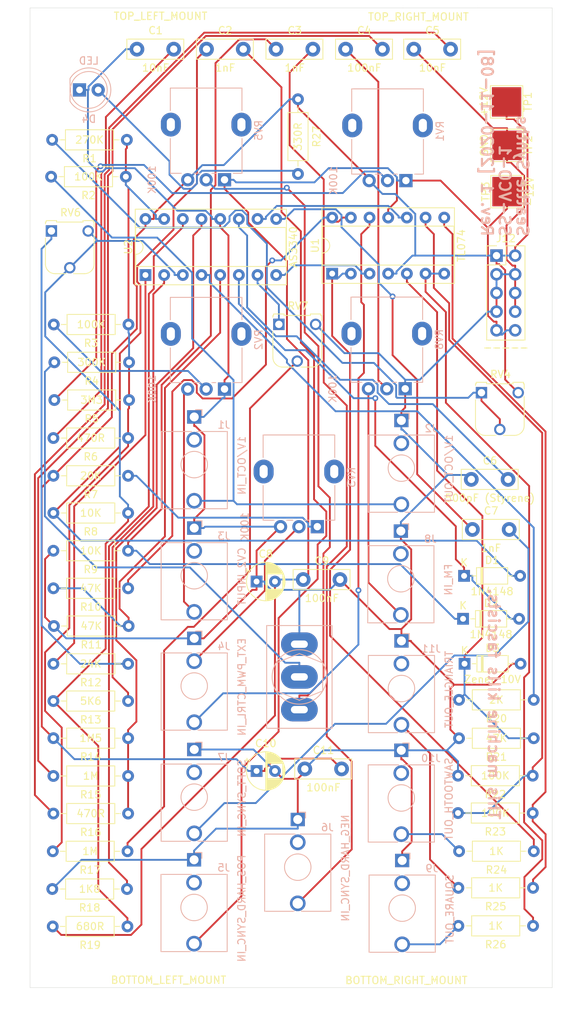
<source format=kicad_pcb>
(kicad_pcb (version 20171130) (host pcbnew 5.1.7)
  (layers (0 F.Cu signal) (31 B.Cu signal) (34 B.Paste user) (35 F.Paste user) (36 B.SilkS user) (37 F.SilkS user) (38 B.Mask user) (39 F.Mask user) (44 Edge.Cuts user))
  (net 0 "")
  (net 1 GND)
  (net 2 "Net-(C1-Pad2)")
  (net 3 "Net-(C2-Pad2)")
  (net 4 "Net-(C2-Pad1)")
  (net 5 "Net-(C3-Pad1)")
  (net 6 "Net-(C3-Pad2)")
  (net 7 "Net-(C4-Pad2)")
  (net 8 "Net-(C4-Pad1)")
  (net 9 "Net-(C5-Pad2)")
  (net 10 "Net-(C6-Pad2)")
  (net 11 "Net-(C7-Pad2)")
  (net 12 /SOFT_SYNC)
  (net 13 /HARD_SYNC)
  (net 14 "Net-(D3-Pad1)")
  (net 15 "Net-(J1-PadT)")
  (net 16 "Net-(J3-PadT)")
  (net 17 "Net-(J4-PadT)")
  (net 18 "Net-(J4-PadTN)")
  (net 19 "Net-(J8-PadT)")
  (net 20 /SQUARE_OUT)
  (net 21 /SAWTOOTH_OUT)
  (net 22 /TRIANGLE_OUT)
  (net 23 /FREQ_CTRL)
  (net 24 "Net-(R1-Pad1)")
  (net 25 "Net-(R3-Pad1)")
  (net 26 "Net-(R4-Pad1)")
  (net 27 "Net-(R5-Pad1)")
  (net 28 +12V)
  (net 29 "Net-(R7-Pad2)")
  (net 30 "Net-(R13-Pad1)")
  (net 31 "Net-(R10-Pad2)")
  (net 32 /PWM)
  (net 33 "Net-(R12-Pad1)")
  (net 34 "Net-(R12-Pad2)")
  (net 35 "Net-(R13-Pad2)")
  (net 36 /LINEAR_FM)
  (net 37 "Net-(R17-Pad2)")
  (net 38 "Net-(R18-Pad2)")
  (net 39 -12V)
  (net 40 /SQUARE)
  (net 41 "Net-(R22-Pad2)")
  (net 42 "Net-(R23-Pad2)")
  (net 43 "Net-(R24-Pad2)")
  (net 44 "Net-(R26-Pad2)")
  (net 45 "Net-(RV5-Pad2)")
  (net 46 "Net-(RV7-Pad1)")
  (net 47 /SAWTOOTH)
  (net 48 /TRIANGLE)
  (net 49 "Net-(D4-Pad2)")
  (module Seattle_Synths:MountingHole_3.2mm_M3_Oval (layer F.Cu) (at 115.98 27.03)
    (fp_text reference TOP_LEFT_MOUNT (at 10.31 -1.88) (layer F.SilkS))
    (fp_text value MountingHole_3.2mm_M3_Oval)
    (pad "" np_thru_hole oval (at 0 0) (size 7.4 3.2) (drill oval 7.4 3.2) (layers *.Cu *.Mask))
  )
  (module Seattle_Synths:MountingHole_3.2mm_M3_Oval (layer F.Cu) (at 172.14 27.03)
    (fp_text reference TOP_RIGHT_MOUNT (at -10.78 -1.79) (layer F.SilkS))
    (fp_text value MountingHole_3.2mm_M3_Oval)
    (pad "" np_thru_hole oval (at 0 0) (size 7.4 3.2) (drill oval 7.4 3.2) (layers *.Cu *.Mask))
  )
  (module Seattle_Synths:MountingHole_3.2mm_M3_Oval (layer F.Cu) (at 172.14 154.25)
    (fp_text reference BOTTOM_RIGHT_MOUNT (at -12.42 2.01) (layer F.SilkS))
    (fp_text value MountingHole_3.2mm_M3_Oval)
    (pad "" np_thru_hole oval (at 0 0) (size 7.4 3.2) (drill oval 7.4 3.2) (layers *.Cu *.Mask))
  )
  (module Seattle_Synths:MountingHole_3.2mm_M3_Oval (layer F.Cu) (at 115.94 154.25)
    (fp_text reference BOTTOM_LEFT_MOUNT (at 11.44 1.97) (layer F.SilkS))
    (fp_text value MountingHole_3.2mm_M3_Oval)
    (pad "" np_thru_hole oval (at 0 0) (size 7.4 3.2) (drill oval 7.4 3.2) (layers *.Cu *.Mask))
  )
  (module Seattle_Synths:CP_Radial_D5.0mm_P2.50mm (layer F.Cu) (at 139.35 127.79)
    (fp_text reference C10 (at 1.25 -3.75) (layer F.SilkS))
    (fp_text value 10uF)
    (pad 2 thru_hole circle (at 2.5 0) (size 1.6 1.6) (drill 0.8) (layers *.Cu *.Mask) (net 1 GND))
    (pad 1 thru_hole rect (at 0 0) (size 1.6 1.6) (drill 0.8) (layers *.Cu *.Mask) (net 28 +12V))
  )
  (module Seattle_Synths:CP_Radial_D5.0mm_P2.50mm (layer F.Cu) (at 139.35 102.03)
    (fp_text reference C8 (at 1.25 -3.75) (layer F.SilkS))
    (fp_text value 10uF)
    (pad 2 thru_hole circle (at 2.5 0) (size 1.6 1.6) (drill 0.8) (layers *.Cu *.Mask) (net 39 -12V))
    (pad 1 thru_hole rect (at 0 0) (size 1.6 1.6) (drill 0.8) (layers *.Cu *.Mask) (net 1 GND))
  )
  (module Seattle_Synths:DIP-16_W7.62mm_Socket (layer F.Cu) (at 124.24 60.35 90)
    (fp_text reference U2 (at 3.81 -2.33 90) (layer F.SilkS))
    (fp_text value AS3340 (at 3.81 20.11 90) (layer F.SilkS))
    (pad 16 thru_hole oval (at 7.62 0 90) (size 1.6 1.6) (drill 0.8) (layers *.Cu *.Mask) (net 28 +12V))
    (pad 8 thru_hole oval (at 0 17.78 90) (size 1.6 1.6) (drill 0.8) (layers *.Cu *.Mask) (net 47 /SAWTOOTH))
    (pad 15 thru_hole oval (at 7.62 2.54 90) (size 1.6 1.6) (drill 0.8) (layers *.Cu *.Mask) (net 23 /FREQ_CTRL))
    (pad 7 thru_hole oval (at 0 15.24 90) (size 1.6 1.6) (drill 0.8) (layers *.Cu *.Mask) (net 46 "Net-(RV7-Pad1)"))
    (pad 14 thru_hole oval (at 7.62 5.08 90) (size 1.6 1.6) (drill 0.8) (layers *.Cu *.Mask) (net 38 "Net-(R18-Pad2)"))
    (pad 6 thru_hole oval (at 0 12.7 90) (size 1.6 1.6) (drill 0.8) (layers *.Cu *.Mask) (net 13 /HARD_SYNC))
    (pad 13 thru_hole oval (at 7.62 7.62 90) (size 1.6 1.6) (drill 0.8) (layers *.Cu *.Mask) (net 36 /LINEAR_FM))
    (pad 5 thru_hole oval (at 0 10.16 90) (size 1.6 1.6) (drill 0.8) (layers *.Cu *.Mask) (net 32 /PWM))
    (pad 12 thru_hole oval (at 7.62 10.16 90) (size 1.6 1.6) (drill 0.8) (layers *.Cu *.Mask) (net 1 GND))
    (pad 4 thru_hole oval (at 0 7.62 90) (size 1.6 1.6) (drill 0.8) (layers *.Cu *.Mask) (net 40 /SQUARE))
    (pad 11 thru_hole oval (at 7.62 12.7 90) (size 1.6 1.6) (drill 0.8) (layers *.Cu *.Mask) (net 10 "Net-(C6-Pad2)"))
    (pad 3 thru_hole oval (at 0 5.08 90) (size 1.6 1.6) (drill 0.8) (layers *.Cu *.Mask) (net 30 "Net-(R13-Pad1)"))
    (pad 10 thru_hole oval (at 7.62 15.24 90) (size 1.6 1.6) (drill 0.8) (layers *.Cu *.Mask) (net 48 /TRIANGLE))
    (pad 2 thru_hole oval (at 0 2.54 90) (size 1.6 1.6) (drill 0.8) (layers *.Cu *.Mask) (net 35 "Net-(R13-Pad2)"))
    (pad 9 thru_hole oval (at 7.62 17.78 90) (size 1.6 1.6) (drill 0.8) (layers *.Cu *.Mask) (net 12 /SOFT_SYNC))
    (pad 1 thru_hole rect (at 0 0 90) (size 1.6 1.6) (drill 0.8) (layers *.Cu *.Mask) (net 33 "Net-(R12-Pad1)"))
  )
  (module Seattle_Synths:DIP-14_W7.62mm_Socket (layer F.Cu) (at 149.63 60.16 90)
    (fp_text reference U1 (at 3.81 -2.33 90) (layer F.SilkS))
    (fp_text value TL074 (at 3.81 17.57 90) (layer F.SilkS))
    (pad 14 thru_hole oval (at 7.62 0 90) (size 1.6 1.6) (drill 0.8) (layers *.Cu *.Mask) (net 31 "Net-(R10-Pad2)"))
    (pad 7 thru_hole oval (at 0 15.24 90) (size 1.6 1.6) (drill 0.8) (layers *.Cu *.Mask) (net 44 "Net-(R26-Pad2)"))
    (pad 13 thru_hole oval (at 7.62 2.54 90) (size 1.6 1.6) (drill 0.8) (layers *.Cu *.Mask) (net 31 "Net-(R10-Pad2)"))
    (pad 6 thru_hole oval (at 0 12.7 90) (size 1.6 1.6) (drill 0.8) (layers *.Cu *.Mask) (net 44 "Net-(R26-Pad2)"))
    (pad 12 thru_hole oval (at 7.62 5.08 90) (size 1.6 1.6) (drill 0.8) (layers *.Cu *.Mask) (net 17 "Net-(J4-PadT)"))
    (pad 5 thru_hole oval (at 0 10.16 90) (size 1.6 1.6) (drill 0.8) (layers *.Cu *.Mask) (net 14 "Net-(D3-Pad1)"))
    (pad 11 thru_hole oval (at 7.62 7.62 90) (size 1.6 1.6) (drill 0.8) (layers *.Cu *.Mask) (net 39 -12V))
    (pad 4 thru_hole oval (at 0 7.62 90) (size 1.6 1.6) (drill 0.8) (layers *.Cu *.Mask) (net 28 +12V))
    (pad 10 thru_hole oval (at 7.62 10.16 90) (size 1.6 1.6) (drill 0.8) (layers *.Cu *.Mask) (net 48 /TRIANGLE))
    (pad 3 thru_hole oval (at 0 5.08 90) (size 1.6 1.6) (drill 0.8) (layers *.Cu *.Mask) (net 47 /SAWTOOTH))
    (pad 9 thru_hole oval (at 7.62 12.7 90) (size 1.6 1.6) (drill 0.8) (layers *.Cu *.Mask) (net 41 "Net-(R22-Pad2)"))
    (pad 2 thru_hole oval (at 0 2.54 90) (size 1.6 1.6) (drill 0.8) (layers *.Cu *.Mask) (net 43 "Net-(R24-Pad2)"))
    (pad 8 thru_hole oval (at 7.62 15.24 90) (size 1.6 1.6) (drill 0.8) (layers *.Cu *.Mask) (net 42 "Net-(R23-Pad2)"))
    (pad 1 thru_hole rect (at 0 0 90) (size 1.6 1.6) (drill 0.8) (layers *.Cu *.Mask) (net 43 "Net-(R24-Pad2)"))
  )
  (module Seattle_Synths:SW_Toggle_Blue_wSlots (layer B.Cu) (at 145.17 115 270)
    (fp_text reference SW1 hide)
    (fp_text value SW_SPDT)
    (pad 1 thru_hole oval (at -4.45 0 270) (size 3.2 5) (drill oval 1 2.3) (layers *.Cu) (net 1 GND))
    (pad 2 thru_hole oval (at 0 0 270) (size 3.2 5) (drill oval 1 2.3) (layers *.Cu) (net 26 "Net-(R4-Pad1)"))
    (pad 3 thru_hole oval (at 4.45 0 270) (size 3.2 5) (drill oval 1 2.3) (layers *.Cu) (net 45 "Net-(RV5-Pad2)"))
  )
  (module Seattle_Synths:C_Disc_D7.5mm_W2.5mm_P5.00mm (layer F.Cu) (at 145.91 127.51)
    (fp_text reference C11)
    (fp_text value 100nF (at 2.54 2.54) (layer F.SilkS))
    (fp_text user %R (at 2.54 -2.54) (layer F.SilkS))
    (pad 2 thru_hole circle (at 5 0) (size 2 2) (drill 1) (layers *.Cu *.Mask) (net 28 +12V))
    (pad 1 thru_hole circle (at 0 0) (size 2 2) (drill 1) (layers *.Cu *.Mask) (net 1 GND))
  )
  (module Seattle_Synths:C_Disc_D7.5mm_W2.5mm_P5.00mm (layer F.Cu) (at 145.69 101.76)
    (fp_text reference C9)
    (fp_text value 100nF (at 2.54 2.54) (layer F.SilkS))
    (fp_text user %R (at 2.54 -2.54) (layer F.SilkS))
    (pad 2 thru_hole circle (at 5 0) (size 2 2) (drill 1) (layers *.Cu *.Mask) (net 1 GND))
    (pad 1 thru_hole circle (at 0 0) (size 2 2) (drill 1) (layers *.Cu *.Mask) (net 39 -12V))
  )
  (module Seattle_Synths:Potentiometer_Alpha_RD901F-40-00D_Single_Vertical (layer B.Cu) (at 159.56 75.82 90)
    (fp_text reference RV8 (at 6.71 4.64 90) (layer B.SilkS) (effects (justify mirror)))
    (fp_text value 100K (at 0 -9.86 90) (layer B.SilkS) (effects (justify mirror)))
    (pad "" thru_hole oval (at 7.5 2.3) (size 2.72 3.24) (drill oval 1.1 1.8) (layers *.Cu *.Mask))
    (pad "" thru_hole oval (at 7.5 -7.3) (size 2.72 3.24) (drill oval 1.1 1.8) (layers *.Cu *.Mask))
    (pad 3 thru_hole circle (at 0 -5) (size 1.8 1.8) (drill 1) (layers *.Cu *.Mask) (net 19 "Net-(J8-PadT)"))
    (pad 2 thru_hole circle (at 0 -2.5) (size 1.8 1.8) (drill 1) (layers *.Cu *.Mask) (net 8 "Net-(C4-Pad1)"))
    (pad 1 thru_hole rect (at 0 0) (size 1.8 1.8) (drill 1) (layers *.Cu *.Mask) (net 1 GND))
  )
  (module Seattle_Synths:Potentiometer_Runtron_RM-065_Vertical (layer F.Cu) (at 142.38 67.06)
    (fp_text reference RV7 (at 2.6 -2.5) (layer F.SilkS))
    (fp_text value 10K)
    (pad 2 thru_hole circle (at 2.5 5) (size 1.55 1.55) (drill 1) (layers *.Cu *.Mask) (net 37 "Net-(R17-Pad2)"))
    (pad 1 thru_hole rect (at 0 0) (size 1.55 1.55) (drill 1) (layers *.Cu *.Mask) (net 46 "Net-(RV7-Pad1)"))
    (pad 3 thru_hole circle (at 5 0) (size 1.55 1.55) (drill 1) (layers *.Cu *.Mask) (net 1 GND))
  )
  (module Seattle_Synths:Potentiometer_Runtron_RM-065_Vertical (layer F.Cu) (at 111.45 54.36)
    (fp_text reference RV6 (at 2.6 -2.5) (layer F.SilkS))
    (fp_text value 10K)
    (pad 2 thru_hole circle (at 2.5 5) (size 1.55 1.55) (drill 1) (layers *.Cu *.Mask) (net 30 "Net-(R13-Pad1)"))
    (pad 1 thru_hole rect (at 0 0) (size 1.55 1.55) (drill 1) (layers *.Cu *.Mask) (net 34 "Net-(R12-Pad2)"))
    (pad 3 thru_hole circle (at 5 0) (size 1.55 1.55) (drill 1) (layers *.Cu *.Mask) (net 30 "Net-(R13-Pad1)"))
  )
  (module Seattle_Synths:Potentiometer_Alpha_RD901F-40-00D_Single_Vertical (layer B.Cu) (at 134.99 47.4 90)
    (fp_text reference RV5 (at 6.71 4.64 90) (layer B.SilkS) (effects (justify mirror)))
    (fp_text value 100K (at 0 -9.86 90) (layer B.SilkS) (effects (justify mirror)))
    (pad "" thru_hole oval (at 7.5 2.3) (size 2.72 3.24) (drill oval 1.1 1.8) (layers *.Cu *.Mask))
    (pad "" thru_hole oval (at 7.5 -7.3) (size 2.72 3.24) (drill oval 1.1 1.8) (layers *.Cu *.Mask))
    (pad 3 thru_hole circle (at 0 -5) (size 1.8 1.8) (drill 1) (layers *.Cu *.Mask) (net 28 +12V))
    (pad 2 thru_hole circle (at 0 -2.5) (size 1.8 1.8) (drill 1) (layers *.Cu *.Mask) (net 45 "Net-(RV5-Pad2)"))
    (pad 1 thru_hole rect (at 0 0) (size 1.8 1.8) (drill 1) (layers *.Cu *.Mask) (net 39 -12V))
  )
  (module Seattle_Synths:Potentiometer_Runtron_RM-065_Vertical (layer F.Cu) (at 169.93 76.35)
    (fp_text reference RV4 (at 2.6 -2.5) (layer F.SilkS))
    (fp_text value 100K)
    (pad 2 thru_hole circle (at 2.5 5) (size 1.55 1.55) (drill 1) (layers *.Cu *.Mask) (net 24 "Net-(R1-Pad1)"))
    (pad 1 thru_hole rect (at 0 0) (size 1.55 1.55) (drill 1) (layers *.Cu *.Mask) (net 24 "Net-(R1-Pad1)"))
    (pad 3 thru_hole circle (at 5 0) (size 1.55 1.55) (drill 1) (layers *.Cu *.Mask) (net 28 +12V))
  )
  (module Seattle_Synths:Potentiometer_Alpha_RD901F-40-00D_Single_Vertical (layer B.Cu) (at 147.61 94.57 90)
    (fp_text reference RV3 (at 6.71 4.64 90) (layer B.SilkS) (effects (justify mirror)))
    (fp_text value 100K (at 0 -9.86 90) (layer B.SilkS) (effects (justify mirror)))
    (pad "" thru_hole oval (at 7.5 2.3) (size 2.72 3.24) (drill oval 1.1 1.8) (layers *.Cu *.Mask))
    (pad "" thru_hole oval (at 7.5 -7.3) (size 2.72 3.24) (drill oval 1.1 1.8) (layers *.Cu *.Mask))
    (pad 3 thru_hole circle (at 0 -5) (size 1.8 1.8) (drill 1) (layers *.Cu *.Mask) (net 1 GND))
    (pad 2 thru_hole circle (at 0 -2.5) (size 1.8 1.8) (drill 1) (layers *.Cu *.Mask) (net 18 "Net-(J4-PadTN)"))
    (pad 1 thru_hole rect (at 0 0) (size 1.8 1.8) (drill 1) (layers *.Cu *.Mask) (net 29 "Net-(R7-Pad2)"))
  )
  (module Seattle_Synths:Potentiometer_Alpha_RD901F-40-00D_Single_Vertical (layer B.Cu) (at 134.99 75.86 90)
    (fp_text reference RV2 (at 6.71 4.64 90) (layer B.SilkS) (effects (justify mirror)))
    (fp_text value 100K (at 0 -9.86 90) (layer B.SilkS) (effects (justify mirror)))
    (pad "" thru_hole oval (at 7.5 2.3) (size 2.72 3.24) (drill oval 1.1 1.8) (layers *.Cu *.Mask))
    (pad "" thru_hole oval (at 7.5 -7.3) (size 2.72 3.24) (drill oval 1.1 1.8) (layers *.Cu *.Mask))
    (pad 3 thru_hole circle (at 0 -5) (size 1.8 1.8) (drill 1) (layers *.Cu *.Mask) (net 16 "Net-(J3-PadT)"))
    (pad 2 thru_hole circle (at 0 -2.5) (size 1.8 1.8) (drill 1) (layers *.Cu *.Mask) (net 25 "Net-(R3-Pad1)"))
    (pad 1 thru_hole rect (at 0 0) (size 1.8 1.8) (drill 1) (layers *.Cu *.Mask) (net 1 GND))
  )
  (module Seattle_Synths:Potentiometer_Alpha_RD901F-40-00D_Single_Vertical (layer B.Cu) (at 159.66 47.51 90)
    (fp_text reference RV1 (at 6.71 4.64 90) (layer B.SilkS) (effects (justify mirror)))
    (fp_text value 100K (at 0 -9.86 90) (layer B.SilkS) (effects (justify mirror)))
    (pad "" thru_hole oval (at 7.5 2.3) (size 2.72 3.24) (drill oval 1.1 1.8) (layers *.Cu *.Mask))
    (pad "" thru_hole oval (at 7.5 -7.3) (size 2.72 3.24) (drill oval 1.1 1.8) (layers *.Cu *.Mask))
    (pad 3 thru_hole circle (at 0 -5) (size 1.8 1.8) (drill 1) (layers *.Cu *.Mask) (net 28 +12V))
    (pad 2 thru_hole circle (at 0 -2.5) (size 1.8 1.8) (drill 1) (layers *.Cu *.Mask) (net 27 "Net-(R5-Pad1)"))
    (pad 1 thru_hole rect (at 0 0) (size 1.8 1.8) (drill 1) (layers *.Cu *.Mask) (net 39 -12V))
  )
  (module Seattle_Synths:R_Axial_DIN0207_L6.3mm_D2.5mm_P10.16mm_Horizontal (layer F.Cu) (at 144.98 46.61 90)
    (fp_text reference R27)
    (fp_text value 330R (at 5.08 0 90) (layer F.SilkS))
    (fp_text user %R (at 5.08 2.54 90) (layer F.SilkS))
    (pad 1 thru_hole circle (at 0 0 90) (size 1.6 1.6) (drill 0.8) (layers *.Cu *.Mask) (net 49 "Net-(D4-Pad2)"))
    (pad 2 thru_hole oval (at 10.16 0 90) (size 1.6 1.6) (drill 0.8) (layers *.Cu *.Mask) (net 28 +12V))
  )
  (module Seattle_Synths:R_Axial_DIN0207_L6.3mm_D2.5mm_P10.16mm_Horizontal (layer F.Cu) (at 166.79 148.85)
    (fp_text reference R26)
    (fp_text value 1K (at 5.08 0) (layer F.SilkS))
    (fp_text user %R (at 5.08 2.54) (layer F.SilkS))
    (pad 1 thru_hole circle (at 0 0) (size 1.6 1.6) (drill 0.8) (layers *.Cu *.Mask) (net 20 /SQUARE_OUT))
    (pad 2 thru_hole oval (at 10.16 0) (size 1.6 1.6) (drill 0.8) (layers *.Cu *.Mask) (net 44 "Net-(R26-Pad2)"))
  )
  (module Seattle_Synths:R_Axial_DIN0207_L6.3mm_D2.5mm_P10.16mm_Horizontal (layer F.Cu) (at 166.79 143.68)
    (fp_text reference R25)
    (fp_text value 1K (at 5.08 0) (layer F.SilkS))
    (fp_text user %R (at 5.08 2.54) (layer F.SilkS))
    (pad 1 thru_hole circle (at 0 0) (size 1.6 1.6) (drill 0.8) (layers *.Cu *.Mask) (net 22 /TRIANGLE_OUT))
    (pad 2 thru_hole oval (at 10.16 0) (size 1.6 1.6) (drill 0.8) (layers *.Cu *.Mask) (net 42 "Net-(R23-Pad2)"))
  )
  (module Seattle_Synths:R_Axial_DIN0207_L6.3mm_D2.5mm_P10.16mm_Horizontal (layer F.Cu) (at 166.89 138.7)
    (fp_text reference R24)
    (fp_text value 1K (at 5.08 0) (layer F.SilkS))
    (fp_text user %R (at 5.08 2.54) (layer F.SilkS))
    (pad 1 thru_hole circle (at 0 0) (size 1.6 1.6) (drill 0.8) (layers *.Cu *.Mask) (net 21 /SAWTOOTH_OUT))
    (pad 2 thru_hole oval (at 10.16 0) (size 1.6 1.6) (drill 0.8) (layers *.Cu *.Mask) (net 43 "Net-(R24-Pad2)"))
  )
  (module Seattle_Synths:R_Axial_DIN0207_L6.3mm_D2.5mm_P10.16mm_Horizontal (layer F.Cu) (at 166.74 133.51)
    (fp_text reference R23)
    (fp_text value 100K (at 5.08 0) (layer F.SilkS))
    (fp_text user %R (at 5.08 2.54) (layer F.SilkS))
    (pad 1 thru_hole circle (at 0 0) (size 1.6 1.6) (drill 0.8) (layers *.Cu *.Mask) (net 41 "Net-(R22-Pad2)"))
    (pad 2 thru_hole oval (at 10.16 0) (size 1.6 1.6) (drill 0.8) (layers *.Cu *.Mask) (net 42 "Net-(R23-Pad2)"))
  )
  (module Seattle_Synths:R_Axial_DIN0207_L6.3mm_D2.5mm_P10.16mm_Horizontal (layer F.Cu) (at 166.74 128.43)
    (fp_text reference R22)
    (fp_text value 100K (at 5.08 0) (layer F.SilkS))
    (fp_text user %R (at 5.08 2.54) (layer F.SilkS))
    (pad 1 thru_hole circle (at 0 0) (size 1.6 1.6) (drill 0.8) (layers *.Cu *.Mask) (net 1 GND))
    (pad 2 thru_hole oval (at 10.16 0) (size 1.6 1.6) (drill 0.8) (layers *.Cu *.Mask) (net 41 "Net-(R22-Pad2)"))
  )
  (module Seattle_Synths:R_Axial_DIN0207_L6.3mm_D2.5mm_P10.16mm_Horizontal (layer F.Cu) (at 166.88 123.34)
    (fp_text reference R21)
    (fp_text value 47K (at 5.08 0) (layer F.SilkS))
    (fp_text user %R (at 5.08 2.54) (layer F.SilkS))
    (pad 1 thru_hole circle (at 0 0) (size 1.6 1.6) (drill 0.8) (layers *.Cu *.Mask) (net 1 GND))
    (pad 2 thru_hole oval (at 10.16 0) (size 1.6 1.6) (drill 0.8) (layers *.Cu *.Mask) (net 14 "Net-(D3-Pad1)"))
  )
  (module Seattle_Synths:R_Axial_DIN0207_L6.3mm_D2.5mm_P10.16mm_Horizontal (layer F.Cu) (at 166.88 118.12)
    (fp_text reference R20)
    (fp_text value 2K (at 5.08 0) (layer F.SilkS))
    (fp_text user %R (at 5.08 2.54) (layer F.SilkS))
    (pad 1 thru_hole circle (at 0 0) (size 1.6 1.6) (drill 0.8) (layers *.Cu *.Mask) (net 14 "Net-(D3-Pad1)"))
    (pad 2 thru_hole oval (at 10.16 0) (size 1.6 1.6) (drill 0.8) (layers *.Cu *.Mask) (net 40 /SQUARE))
  )
  (module Seattle_Synths:R_Axial_DIN0207_L6.3mm_D2.5mm_P10.16mm_Horizontal (layer F.Cu) (at 111.63 148.93)
    (fp_text reference R19)
    (fp_text value 680R (at 5.08 0) (layer F.SilkS))
    (fp_text user %R (at 5.08 2.54) (layer F.SilkS))
    (pad 1 thru_hole circle (at 0 0) (size 1.6 1.6) (drill 0.8) (layers *.Cu *.Mask) (net 39 -12V))
    (pad 2 thru_hole oval (at 10.16 0) (size 1.6 1.6) (drill 0.8) (layers *.Cu *.Mask) (net 30 "Net-(R13-Pad1)"))
  )
  (module Seattle_Synths:R_Axial_DIN0207_L6.3mm_D2.5mm_P10.16mm_Horizontal (layer F.Cu) (at 111.57 143.84)
    (fp_text reference R18)
    (fp_text value 1K8 (at 5.08 0) (layer F.SilkS))
    (fp_text user %R (at 5.08 2.54) (layer F.SilkS))
    (pad 1 thru_hole circle (at 0 0) (size 1.6 1.6) (drill 0.8) (layers *.Cu *.Mask) (net 1 GND))
    (pad 2 thru_hole oval (at 10.16 0) (size 1.6 1.6) (drill 0.8) (layers *.Cu *.Mask) (net 38 "Net-(R18-Pad2)"))
  )
  (module Seattle_Synths:R_Axial_DIN0207_L6.3mm_D2.5mm_P10.16mm_Horizontal (layer F.Cu) (at 111.64 138.71)
    (fp_text reference R17)
    (fp_text value 1M (at 5.08 0) (layer F.SilkS))
    (fp_text user %R (at 5.08 2.54) (layer F.SilkS))
    (pad 1 thru_hole circle (at 0 0) (size 1.6 1.6) (drill 0.8) (layers *.Cu *.Mask) (net 23 /FREQ_CTRL))
    (pad 2 thru_hole oval (at 10.16 0) (size 1.6 1.6) (drill 0.8) (layers *.Cu *.Mask) (net 37 "Net-(R17-Pad2)"))
  )
  (module Seattle_Synths:R_Axial_DIN0207_L6.3mm_D2.5mm_P10.16mm_Horizontal (layer F.Cu) (at 111.72 133.58)
    (fp_text reference R16)
    (fp_text value 470R (at 5.08 0) (layer F.SilkS))
    (fp_text user %R (at 5.08 2.54) (layer F.SilkS))
    (pad 1 thru_hole circle (at 0 0) (size 1.6 1.6) (drill 0.8) (layers *.Cu *.Mask) (net 9 "Net-(C5-Pad2)"))
    (pad 2 thru_hole oval (at 10.16 0) (size 1.6 1.6) (drill 0.8) (layers *.Cu *.Mask) (net 36 /LINEAR_FM))
  )
  (module Seattle_Synths:R_Axial_DIN0207_L6.3mm_D2.5mm_P10.16mm_Horizontal (layer F.Cu) (at 111.72 128.47)
    (fp_text reference R15)
    (fp_text value 1M (at 5.08 0) (layer F.SilkS))
    (fp_text user %R (at 5.08 2.54) (layer F.SilkS))
    (pad 1 thru_hole circle (at 0 0) (size 1.6 1.6) (drill 0.8) (layers *.Cu *.Mask) (net 7 "Net-(C4-Pad2)"))
    (pad 2 thru_hole oval (at 10.16 0) (size 1.6 1.6) (drill 0.8) (layers *.Cu *.Mask) (net 36 /LINEAR_FM))
  )
  (module Seattle_Synths:R_Axial_DIN0207_L6.3mm_D2.5mm_P10.16mm_Horizontal (layer F.Cu) (at 111.72 123.33)
    (fp_text reference R14)
    (fp_text value 1M5 (at 5.08 0) (layer F.SilkS))
    (fp_text user %R (at 5.08 2.54) (layer F.SilkS))
    (pad 1 thru_hole circle (at 0 0) (size 1.6 1.6) (drill 0.8) (layers *.Cu *.Mask) (net 28 +12V))
    (pad 2 thru_hole oval (at 10.16 0) (size 1.6 1.6) (drill 0.8) (layers *.Cu *.Mask) (net 36 /LINEAR_FM))
  )
  (module Seattle_Synths:R_Axial_DIN0207_L6.3mm_D2.5mm_P10.16mm_Horizontal (layer F.Cu) (at 111.72 118.28)
    (fp_text reference R13)
    (fp_text value 5K6 (at 5.08 0) (layer F.SilkS))
    (fp_text user %R (at 5.08 2.54) (layer F.SilkS))
    (pad 1 thru_hole circle (at 0 0) (size 1.6 1.6) (drill 0.8) (layers *.Cu *.Mask) (net 30 "Net-(R13-Pad1)"))
    (pad 2 thru_hole oval (at 10.16 0) (size 1.6 1.6) (drill 0.8) (layers *.Cu *.Mask) (net 35 "Net-(R13-Pad2)"))
  )
  (module Seattle_Synths:R_Axial_DIN0207_L6.3mm_D2.5mm_P10.16mm_Horizontal (layer F.Cu) (at 111.72 113.22)
    (fp_text reference R12)
    (fp_text value 24K (at 5.08 0) (layer F.SilkS))
    (fp_text user %R (at 5.08 2.54) (layer F.SilkS))
    (pad 1 thru_hole circle (at 0 0) (size 1.6 1.6) (drill 0.8) (layers *.Cu *.Mask) (net 33 "Net-(R12-Pad1)"))
    (pad 2 thru_hole oval (at 10.16 0) (size 1.6 1.6) (drill 0.8) (layers *.Cu *.Mask) (net 34 "Net-(R12-Pad2)"))
  )
  (module Seattle_Synths:R_Axial_DIN0207_L6.3mm_D2.5mm_P10.16mm_Horizontal (layer F.Cu) (at 111.79 108.08)
    (fp_text reference R11)
    (fp_text value 47K (at 5.08 0) (layer F.SilkS))
    (fp_text user %R (at 5.08 2.54) (layer F.SilkS))
    (pad 1 thru_hole circle (at 0 0) (size 1.6 1.6) (drill 0.8) (layers *.Cu *.Mask) (net 1 GND))
    (pad 2 thru_hole oval (at 10.16 0) (size 1.6 1.6) (drill 0.8) (layers *.Cu *.Mask) (net 32 /PWM))
  )
  (module Seattle_Synths:R_Axial_DIN0207_L6.3mm_D2.5mm_P10.16mm_Horizontal (layer F.Cu) (at 111.72 102.95)
    (fp_text reference R10)
    (fp_text value 47K (at 5.08 0) (layer F.SilkS))
    (fp_text user %R (at 5.08 2.54) (layer F.SilkS))
    (pad 1 thru_hole circle (at 0 0) (size 1.6 1.6) (drill 0.8) (layers *.Cu *.Mask) (net 32 /PWM))
    (pad 2 thru_hole oval (at 10.16 0) (size 1.6 1.6) (drill 0.8) (layers *.Cu *.Mask) (net 31 "Net-(R10-Pad2)"))
  )
  (module Seattle_Synths:R_Axial_DIN0207_L6.3mm_D2.5mm_P10.16mm_Horizontal (layer F.Cu) (at 111.72 97.84)
    (fp_text reference R9)
    (fp_text value 10K (at 5.08 0) (layer F.SilkS))
    (fp_text user %R (at 5.08 2.54) (layer F.SilkS))
    (pad 1 thru_hole circle (at 0 0) (size 1.6 1.6) (drill 0.8) (layers *.Cu *.Mask) (net 1 GND))
    (pad 2 thru_hole oval (at 10.16 0) (size 1.6 1.6) (drill 0.8) (layers *.Cu *.Mask) (net 5 "Net-(C3-Pad1)"))
  )
  (module Seattle_Synths:R_Axial_DIN0207_L6.3mm_D2.5mm_P10.16mm_Horizontal (layer F.Cu) (at 111.72 92.71)
    (fp_text reference R8)
    (fp_text value 10K (at 5.08 0) (layer F.SilkS))
    (fp_text user %R (at 5.08 2.54) (layer F.SilkS))
    (pad 1 thru_hole circle (at 0 0) (size 1.6 1.6) (drill 0.8) (layers *.Cu *.Mask) (net 4 "Net-(C2-Pad1)"))
    (pad 2 thru_hole oval (at 10.16 0) (size 1.6 1.6) (drill 0.8) (layers *.Cu *.Mask) (net 30 "Net-(R13-Pad1)"))
  )
  (module Seattle_Synths:R_Axial_DIN0207_L6.3mm_D2.5mm_P10.16mm_Horizontal (layer F.Cu) (at 111.72 87.65)
    (fp_text reference R7)
    (fp_text value 20K (at 5.08 0) (layer F.SilkS))
    (fp_text user %R (at 5.08 2.54) (layer F.SilkS))
    (pad 1 thru_hole circle (at 0 0) (size 1.6 1.6) (drill 0.8) (layers *.Cu *.Mask) (net 28 +12V))
    (pad 2 thru_hole oval (at 10.16 0) (size 1.6 1.6) (drill 0.8) (layers *.Cu *.Mask) (net 29 "Net-(R7-Pad2)"))
  )
  (module Seattle_Synths:R_Axial_DIN0207_L6.3mm_D2.5mm_P10.16mm_Horizontal (layer F.Cu) (at 111.72 82.52)
    (fp_text reference R6)
    (fp_text value 470R (at 5.08 0) (layer F.SilkS))
    (fp_text user %R (at 5.08 2.54) (layer F.SilkS))
    (pad 1 thru_hole circle (at 0 0) (size 1.6 1.6) (drill 0.8) (layers *.Cu *.Mask) (net 2 "Net-(C1-Pad2)"))
    (pad 2 thru_hole oval (at 10.16 0) (size 1.6 1.6) (drill 0.8) (layers *.Cu *.Mask) (net 23 /FREQ_CTRL))
  )
  (module Seattle_Synths:R_Axial_DIN0207_L6.3mm_D2.5mm_P10.16mm_Horizontal (layer F.Cu) (at 111.85 77.35)
    (fp_text reference R5)
    (fp_text value 3M3 (at 5.08 0) (layer F.SilkS))
    (fp_text user %R (at 5.08 2.54) (layer F.SilkS))
    (pad 1 thru_hole circle (at 0 0) (size 1.6 1.6) (drill 0.8) (layers *.Cu *.Mask) (net 27 "Net-(R5-Pad1)"))
    (pad 2 thru_hole oval (at 10.16 0) (size 1.6 1.6) (drill 0.8) (layers *.Cu *.Mask) (net 23 /FREQ_CTRL))
  )
  (module Seattle_Synths:R_Axial_DIN0207_L6.3mm_D2.5mm_P10.16mm_Horizontal (layer F.Cu) (at 111.85 72.22)
    (fp_text reference R4)
    (fp_text value 300K (at 5.08 0) (layer F.SilkS))
    (fp_text user %R (at 5.08 2.54) (layer F.SilkS))
    (pad 1 thru_hole circle (at 0 0) (size 1.6 1.6) (drill 0.8) (layers *.Cu *.Mask) (net 26 "Net-(R4-Pad1)"))
    (pad 2 thru_hole oval (at 10.16 0) (size 1.6 1.6) (drill 0.8) (layers *.Cu *.Mask) (net 23 /FREQ_CTRL))
  )
  (module Seattle_Synths:R_Axial_DIN0207_L6.3mm_D2.5mm_P10.16mm_Horizontal (layer F.Cu) (at 111.77 67.08)
    (fp_text reference R3)
    (fp_text value 100K (at 5.08 0) (layer F.SilkS))
    (fp_text user %R (at 5.08 2.54) (layer F.SilkS))
    (pad 1 thru_hole circle (at 0 0) (size 1.6 1.6) (drill 0.8) (layers *.Cu *.Mask) (net 25 "Net-(R3-Pad1)"))
    (pad 2 thru_hole oval (at 10.16 0) (size 1.6 1.6) (drill 0.8) (layers *.Cu *.Mask) (net 23 /FREQ_CTRL))
  )
  (module Seattle_Synths:R_Axial_DIN0207_L6.3mm_D2.5mm_P10.16mm_Horizontal (layer F.Cu) (at 111.41 46.98)
    (fp_text reference R2)
    (fp_text value 100K (at 5.08 0) (layer F.SilkS))
    (fp_text user %R (at 5.08 2.54) (layer F.SilkS))
    (pad 1 thru_hole circle (at 0 0) (size 1.6 1.6) (drill 0.8) (layers *.Cu *.Mask) (net 15 "Net-(J1-PadT)"))
    (pad 2 thru_hole oval (at 10.16 0) (size 1.6 1.6) (drill 0.8) (layers *.Cu *.Mask) (net 23 /FREQ_CTRL))
  )
  (module Seattle_Synths:R_Axial_DIN0207_L6.3mm_D2.5mm_P10.16mm_Horizontal (layer F.Cu) (at 111.55 41.97)
    (fp_text reference R1)
    (fp_text value 270K (at 5.08 0) (layer F.SilkS))
    (fp_text user %R (at 5.08 2.54) (layer F.SilkS))
    (pad 1 thru_hole circle (at 0 0) (size 1.6 1.6) (drill 0.8) (layers *.Cu *.Mask) (net 24 "Net-(R1-Pad1)"))
    (pad 2 thru_hole oval (at 10.16 0) (size 1.6 1.6) (drill 0.8) (layers *.Cu *.Mask) (net 23 /FREQ_CTRL))
  )
  (module Seattle_Synths:PinHeader_2x05_P2.54mm_Vertical (layer F.Cu) (at 171.98 57.71)
    (fp_text reference J12 (at 1.27 -2.33) (layer F.SilkS))
    (fp_text value ----- (at 1.27 12.49) (layer F.SilkS))
    (pad 10 thru_hole oval (at 2.54 10.16) (size 1.7 1.7) (drill 1) (layers *.Cu *.Mask) (net 39 -12V))
    (pad 9 thru_hole oval (at 0 10.16) (size 1.7 1.7) (drill 1) (layers *.Cu *.Mask) (net 39 -12V))
    (pad 8 thru_hole oval (at 2.54 7.62) (size 1.7 1.7) (drill 1) (layers *.Cu *.Mask) (net 1 GND))
    (pad 7 thru_hole oval (at 0 7.62) (size 1.7 1.7) (drill 1) (layers *.Cu *.Mask) (net 1 GND))
    (pad 6 thru_hole oval (at 2.54 5.08) (size 1.7 1.7) (drill 1) (layers *.Cu *.Mask) (net 1 GND))
    (pad 5 thru_hole oval (at 0 5.08) (size 1.7 1.7) (drill 1) (layers *.Cu *.Mask) (net 1 GND))
    (pad 4 thru_hole oval (at 2.54 2.54) (size 1.7 1.7) (drill 1) (layers *.Cu *.Mask) (net 1 GND))
    (pad 3 thru_hole oval (at 0 2.54) (size 1.7 1.7) (drill 1) (layers *.Cu *.Mask) (net 1 GND))
    (pad 2 thru_hole oval (at 2.54 0) (size 1.7 1.7) (drill 1) (layers *.Cu *.Mask) (net 28 +12V))
    (pad 1 thru_hole rect (at 0 0) (size 1.7 1.7) (drill 1) (layers *.Cu *.Mask) (net 28 +12V))
  )
  (module Seattle_Synths:Jack_3.5mm_QingPu_WQP-PJ398SM_Vertical_CircularHoles (layer B.Cu) (at 159.05 110.1 180)
    (fp_text reference J11 (at -4.03 -1.08 180) (layer B.SilkS) (effects (justify mirror)))
    (fp_text value TRIANGLE_OUT (at -6.477 -6.604 90) (layer B.SilkS) (effects (justify mirror)))
    (pad T thru_hole circle (at 0 -11.4) (size 2.13 2.13) (drill 1.43) (layers *.Cu *.Mask) (net 22 /TRIANGLE_OUT))
    (pad S thru_hole rect (at 0 0) (size 1.93 1.83) (drill 1.22) (layers *.Cu *.Mask) (net 1 GND))
    (pad TN thru_hole circle (at 0 -3.1) (size 2.13 2.13) (drill 1.42) (layers *.Cu *.Mask))
  )
  (module Seattle_Synths:Jack_3.5mm_QingPu_WQP-PJ398SM_Vertical_CircularHoles (layer B.Cu) (at 159.03 124.98 180)
    (fp_text reference J10 (at -4.03 -1.08 180) (layer B.SilkS) (effects (justify mirror)))
    (fp_text value SAWTOOTH_OUT (at -6.477 -6.604 90) (layer B.SilkS) (effects (justify mirror)))
    (pad T thru_hole circle (at 0 -11.4) (size 2.13 2.13) (drill 1.43) (layers *.Cu *.Mask) (net 21 /SAWTOOTH_OUT))
    (pad S thru_hole rect (at 0 0) (size 1.93 1.83) (drill 1.22) (layers *.Cu *.Mask) (net 1 GND))
    (pad TN thru_hole circle (at 0 -3.1) (size 2.13 2.13) (drill 1.42) (layers *.Cu *.Mask))
  )
  (module Seattle_Synths:Jack_3.5mm_QingPu_WQP-PJ398SM_Vertical_CircularHoles (layer B.Cu) (at 159.15 139.96 180)
    (fp_text reference J9 (at -4.03 -1.08 180) (layer B.SilkS) (effects (justify mirror)))
    (fp_text value SQUARE_OUT (at -6.477 -6.604 90) (layer B.SilkS) (effects (justify mirror)))
    (pad T thru_hole circle (at 0 -11.4) (size 2.13 2.13) (drill 1.43) (layers *.Cu *.Mask) (net 20 /SQUARE_OUT))
    (pad S thru_hole rect (at 0 0) (size 1.93 1.83) (drill 1.22) (layers *.Cu *.Mask) (net 1 GND))
    (pad TN thru_hole circle (at 0 -3.1) (size 2.13 2.13) (drill 1.42) (layers *.Cu *.Mask))
  )
  (module Seattle_Synths:Jack_3.5mm_QingPu_WQP-PJ398SM_Vertical_CircularHoles (layer B.Cu) (at 158.97 95.17 180)
    (fp_text reference J8 (at -4.03 -1.08 180) (layer B.SilkS) (effects (justify mirror)))
    (fp_text value FM_IN (at -6.477 -6.604 90) (layer B.SilkS) (effects (justify mirror)))
    (pad T thru_hole circle (at 0 -11.4) (size 2.13 2.13) (drill 1.43) (layers *.Cu *.Mask) (net 19 "Net-(J8-PadT)"))
    (pad S thru_hole rect (at 0 0) (size 1.93 1.83) (drill 1.22) (layers *.Cu *.Mask) (net 1 GND))
    (pad TN thru_hole circle (at 0 -3.1) (size 2.13 2.13) (drill 1.42) (layers *.Cu *.Mask))
  )
  (module Seattle_Synths:Jack_3.5mm_QingPu_WQP-PJ398SM_Vertical_CircularHoles (layer B.Cu) (at 130.87 124.87 180)
    (fp_text reference J7 (at -4.03 -1.08 180) (layer B.SilkS) (effects (justify mirror)))
    (fp_text value SOFT_SYNC_IN (at -6.477 -6.604 90) (layer B.SilkS) (effects (justify mirror)))
    (pad T thru_hole circle (at 0 -11.4) (size 2.13 2.13) (drill 1.43) (layers *.Cu *.Mask) (net 11 "Net-(C7-Pad2)"))
    (pad S thru_hole rect (at 0 0) (size 1.93 1.83) (drill 1.22) (layers *.Cu *.Mask) (net 1 GND))
    (pad TN thru_hole circle (at 0 -3.1) (size 2.13 2.13) (drill 1.42) (layers *.Cu *.Mask))
  )
  (module Seattle_Synths:Jack_3.5mm_QingPu_WQP-PJ398SM_Vertical_CircularHoles (layer B.Cu) (at 144.95 134.39 180)
    (fp_text reference J6 (at -4.03 -1.08 180) (layer B.SilkS) (effects (justify mirror)))
    (fp_text value NEG_HARD_SYNC_IN (at -6.477 -6.604 90) (layer B.SilkS) (effects (justify mirror)))
    (pad T thru_hole circle (at 0 -11.4) (size 2.13 2.13) (drill 1.43) (layers *.Cu *.Mask) (net 6 "Net-(C3-Pad2)"))
    (pad S thru_hole rect (at 0 0) (size 1.93 1.83) (drill 1.22) (layers *.Cu *.Mask) (net 1 GND))
    (pad TN thru_hole circle (at 0 -3.1) (size 2.13 2.13) (drill 1.42) (layers *.Cu *.Mask))
  )
  (module Seattle_Synths:Jack_3.5mm_QingPu_WQP-PJ398SM_Vertical_CircularHoles (layer B.Cu) (at 130.85 139.87 180)
    (fp_text reference J5 (at -4.03 -1.08 180) (layer B.SilkS) (effects (justify mirror)))
    (fp_text value POS_HARD_SYNC_IN (at -6.477 -6.604 90) (layer B.SilkS) (effects (justify mirror)))
    (pad T thru_hole circle (at 0 -11.4) (size 2.13 2.13) (drill 1.43) (layers *.Cu *.Mask) (net 3 "Net-(C2-Pad2)"))
    (pad S thru_hole rect (at 0 0) (size 1.93 1.83) (drill 1.22) (layers *.Cu *.Mask) (net 1 GND))
    (pad TN thru_hole circle (at 0 -3.1) (size 2.13 2.13) (drill 1.42) (layers *.Cu *.Mask))
  )
  (module Seattle_Synths:Jack_3.5mm_QingPu_WQP-PJ398SM_Vertical_CircularHoles (layer B.Cu) (at 130.87 109.76 180)
    (fp_text reference J4 (at -4.03 -1.08 180) (layer B.SilkS) (effects (justify mirror)))
    (fp_text value EXT_PWM_CTRL_IN (at -6.477 -6.604 90) (layer B.SilkS) (effects (justify mirror)))
    (pad T thru_hole circle (at 0 -11.4) (size 2.13 2.13) (drill 1.43) (layers *.Cu *.Mask) (net 17 "Net-(J4-PadT)"))
    (pad S thru_hole rect (at 0 0) (size 1.93 1.83) (drill 1.22) (layers *.Cu *.Mask) (net 1 GND))
    (pad TN thru_hole circle (at 0 -3.1) (size 2.13 2.13) (drill 1.42) (layers *.Cu *.Mask) (net 18 "Net-(J4-PadTN)"))
  )
  (module Seattle_Synths:Jack_3.5mm_QingPu_WQP-PJ398SM_Vertical_CircularHoles (layer B.Cu) (at 130.87 94.76 180)
    (fp_text reference J3 (at -4.03 -1.08 180) (layer B.SilkS) (effects (justify mirror)))
    (fp_text value CV2_INPUT (at -6.477 -6.604 90) (layer B.SilkS) (effects (justify mirror)))
    (pad T thru_hole circle (at 0 -11.4) (size 2.13 2.13) (drill 1.43) (layers *.Cu *.Mask) (net 16 "Net-(J3-PadT)"))
    (pad S thru_hole rect (at 0 0) (size 1.93 1.83) (drill 1.22) (layers *.Cu *.Mask) (net 1 GND))
    (pad TN thru_hole circle (at 0 -3.1) (size 2.13 2.13) (drill 1.42) (layers *.Cu *.Mask))
  )
  (module Seattle_Synths:Jack_3.5mm_QingPu_WQP-PJ398SM_Vertical_CircularHoles (layer B.Cu) (at 159.04 80.13 180)
    (fp_text reference J2 (at -4.03 -1.08 180) (layer B.SilkS) (effects (justify mirror)))
    (fp_text value 1V/OCT_OUT (at -6.477 -6.604 90) (layer B.SilkS) (effects (justify mirror)))
    (pad T thru_hole circle (at 0 -11.4) (size 2.13 2.13) (drill 1.43) (layers *.Cu *.Mask) (net 15 "Net-(J1-PadT)"))
    (pad S thru_hole rect (at 0 0) (size 1.93 1.83) (drill 1.22) (layers *.Cu *.Mask) (net 1 GND))
    (pad TN thru_hole circle (at 0 -3.1) (size 2.13 2.13) (drill 1.42) (layers *.Cu *.Mask))
  )
  (module Seattle_Synths:Jack_3.5mm_QingPu_WQP-PJ398SM_Vertical_CircularHoles (layer B.Cu) (at 130.87 79.65 180)
    (fp_text reference J1 (at -4.03 -1.08 180) (layer B.SilkS) (effects (justify mirror)))
    (fp_text value 1V/OCT_IN (at -6.477 -6.604 90) (layer B.SilkS) (effects (justify mirror)))
    (pad T thru_hole circle (at 0 -11.4) (size 2.13 2.13) (drill 1.43) (layers *.Cu *.Mask) (net 15 "Net-(J1-PadT)"))
    (pad S thru_hole rect (at 0 0) (size 1.93 1.83) (drill 1.22) (layers *.Cu *.Mask) (net 1 GND))
    (pad TN thru_hole circle (at 0 -3.1) (size 2.13 2.13) (drill 1.42) (layers *.Cu *.Mask))
  )
  (module Seattle_Synths:LED_D5.0mm (layer B.Cu) (at 115.27 35.18)
    (fp_text reference D4 (at 1.27 3.96) (layer B.SilkS) (effects (justify mirror)))
    (fp_text value LED (at 1.27 -3.96) (layer B.SilkS) (effects (justify mirror)))
    (pad 2 thru_hole circle (at 2.54 0) (size 1.8 1.8) (drill 0.9) (layers *.Cu *.Mask) (net 49 "Net-(D4-Pad2)"))
    (pad 1 thru_hole rect (at 0 0) (size 1.8 1.8) (drill 0.9) (layers *.Cu *.Mask) (net 1 GND))
  )
  (module Seattle_Synths:D_DO-35_SOD27_P7.62mm_Horizontal (layer F.Cu) (at 167.63 113.21)
    (fp_text reference D3 (at 3.81 -2.12) (layer F.SilkS))
    (fp_text value "Zener 10V" (at 3.81 2.12) (layer F.SilkS))
    (fp_text user K (at 0 -1.8) (layer F.SilkS))
    (pad 2 thru_hole oval (at 7.62 0) (size 1.6 1.6) (drill 0.8) (layers *.Cu *.Mask) (net 1 GND))
    (pad 1 thru_hole rect (at 0 0) (size 1.6 1.6) (drill 0.8) (layers *.Cu *.Mask) (net 14 "Net-(D3-Pad1)"))
  )
  (module Seattle_Synths:D_DO-35_SOD27_P7.62mm_Horizontal (layer F.Cu) (at 167.43 107.1)
    (fp_text reference D2 (at 3.81 -2.12) (layer F.SilkS))
    (fp_text value 1N4148 (at 3.81 2.12) (layer F.SilkS))
    (fp_text user K (at 0 -1.8) (layer F.SilkS))
    (pad 2 thru_hole oval (at 7.62 0) (size 1.6 1.6) (drill 0.8) (layers *.Cu *.Mask) (net 13 /HARD_SYNC))
    (pad 1 thru_hole rect (at 0 0) (size 1.6 1.6) (drill 0.8) (layers *.Cu *.Mask) (net 5 "Net-(C3-Pad1)"))
  )
  (module Seattle_Synths:D_DO-35_SOD27_P7.62mm_Horizontal (layer F.Cu) (at 167.57 101.26)
    (fp_text reference D1 (at 3.81 -2.12) (layer F.SilkS))
    (fp_text value 1N4148 (at 3.81 2.12) (layer F.SilkS))
    (fp_text user K (at 0 -1.8) (layer F.SilkS))
    (pad 2 thru_hole oval (at 7.62 0) (size 1.6 1.6) (drill 0.8) (layers *.Cu *.Mask) (net 4 "Net-(C2-Pad1)"))
    (pad 1 thru_hole rect (at 0 0) (size 1.6 1.6) (drill 0.8) (layers *.Cu *.Mask) (net 13 /HARD_SYNC))
  )
  (module Seattle_Synths:C_Disc_D7.5mm_W2.5mm_P5.00mm (layer F.Cu) (at 168.7 94.95)
    (fp_text reference C7)
    (fp_text value 1nF (at 2.54 2.54) (layer F.SilkS))
    (fp_text user %R (at 2.54 -2.54) (layer F.SilkS))
    (pad 2 thru_hole circle (at 5 0) (size 2 2) (drill 1) (layers *.Cu *.Mask) (net 11 "Net-(C7-Pad2)"))
    (pad 1 thru_hole circle (at 0 0) (size 2 2) (drill 1) (layers *.Cu *.Mask) (net 12 /SOFT_SYNC))
  )
  (module Seattle_Synths:C_Disc_D7.5mm_W2.5mm_P5.00mm (layer F.Cu) (at 168.55 88.14)
    (fp_text reference C6)
    (fp_text value "500pF (Styrene)" (at 2.54 2.54) (layer F.SilkS))
    (fp_text user %R (at 2.54 -2.54) (layer F.SilkS))
    (pad 2 thru_hole circle (at 5 0) (size 2 2) (drill 1) (layers *.Cu *.Mask) (net 10 "Net-(C6-Pad2)"))
    (pad 1 thru_hole circle (at 0 0) (size 2 2) (drill 1) (layers *.Cu *.Mask) (net 1 GND))
  )
  (module Seattle_Synths:C_Disc_D7.5mm_W2.5mm_P5.00mm (layer F.Cu) (at 160.73 29.64)
    (fp_text reference C5)
    (fp_text value 10nF (at 2.54 2.54) (layer F.SilkS))
    (fp_text user %R (at 2.54 -2.54) (layer F.SilkS))
    (pad 2 thru_hole circle (at 5 0) (size 2 2) (drill 1) (layers *.Cu *.Mask) (net 9 "Net-(C5-Pad2)"))
    (pad 1 thru_hole circle (at 0 0) (size 2 2) (drill 1) (layers *.Cu *.Mask) (net 1 GND))
  )
  (module Seattle_Synths:C_Disc_D7.5mm_W2.5mm_P5.00mm (layer F.Cu) (at 151.46 29.64)
    (fp_text reference C4)
    (fp_text value 100nF (at 2.54 2.54) (layer F.SilkS))
    (fp_text user %R (at 2.54 -2.54) (layer F.SilkS))
    (pad 2 thru_hole circle (at 5 0) (size 2 2) (drill 1) (layers *.Cu *.Mask) (net 7 "Net-(C4-Pad2)"))
    (pad 1 thru_hole circle (at 0 0) (size 2 2) (drill 1) (layers *.Cu *.Mask) (net 8 "Net-(C4-Pad1)"))
  )
  (module Seattle_Synths:C_Disc_D7.5mm_W2.5mm_P5.00mm (layer F.Cu) (at 142 29.64)
    (fp_text reference C3)
    (fp_text value 1nF (at 2.54 2.54) (layer F.SilkS))
    (fp_text user %R (at 2.54 -2.54) (layer F.SilkS))
    (pad 2 thru_hole circle (at 5 0) (size 2 2) (drill 1) (layers *.Cu *.Mask) (net 6 "Net-(C3-Pad2)"))
    (pad 1 thru_hole circle (at 0 0) (size 2 2) (drill 1) (layers *.Cu *.Mask) (net 5 "Net-(C3-Pad1)"))
  )
  (module Seattle_Synths:C_Disc_D7.5mm_W2.5mm_P5.00mm (layer F.Cu) (at 132.54 29.64)
    (fp_text reference C2)
    (fp_text value 1nF (at 2.54 2.54) (layer F.SilkS))
    (fp_text user %R (at 2.54 -2.54) (layer F.SilkS))
    (pad 2 thru_hole circle (at 5 0) (size 2 2) (drill 1) (layers *.Cu *.Mask) (net 3 "Net-(C2-Pad2)"))
    (pad 1 thru_hole circle (at 0 0) (size 2 2) (drill 1) (layers *.Cu *.Mask) (net 4 "Net-(C2-Pad1)"))
  )
  (module Seattle_Synths:C_Disc_D7.5mm_W2.5mm_P5.00mm (layer F.Cu) (at 123.08 29.64)
    (fp_text reference C1)
    (fp_text value 10nF (at 2.54 2.54) (layer F.SilkS))
    (fp_text user %R (at 2.54 -2.54) (layer F.SilkS))
    (pad 2 thru_hole circle (at 5 0) (size 2 2) (drill 1) (layers *.Cu *.Mask) (net 2 "Net-(C1-Pad2)"))
    (pad 1 thru_hole circle (at 0 0) (size 2 2) (drill 1) (layers *.Cu *.Mask) (net 1 GND))
  )
  (module SeattleSynths:TestPoint_Pad_4.0x4.0mm (layer F.Cu) (at 173.41 49.01 90)
    (fp_text reference TP3 (at 0 -2.898 90) (layer F.SilkS))
    (fp_text value -12V (at 0 3.1 90) (layer F.SilkS))
    (pad 1 smd rect (at 0 0 90) (size 4 4) (layers F.Cu F.Mask) (net 39 -12V))
  )
  (module SeattleSynths:TestPoint_Pad_4.0x4.0mm (layer F.Cu) (at 173.41 42.72 270)
    (fp_text reference TP2 (at 0 -2.898 90) (layer F.SilkS))
    (fp_text value GND (at 0 3.1 90) (layer F.SilkS))
    (pad 1 smd rect (at 0 0 270) (size 4 4) (layers F.Cu F.Mask) (net 1 GND))
  )
  (module SeattleSynths:TestPoint_Pad_4.0x4.0mm (layer F.Cu) (at 173.35 36.81 270)
    (fp_text reference TP1 (at 0 -2.898 90) (layer F.SilkS))
    (fp_text value +12V (at 0 3.1 90) (layer F.SilkS))
    (pad 1 smd rect (at 0 0 270) (size 4 4) (layers F.Cu F.Mask) (net 28 +12V))
  )
  (gr_text "This machine kills fascists." (at 171.61 134.55 270) (layer B.SilkS) (effects (font (size 1.5 1.5) (thickness 0.3)) (justify left mirror)))
  (gr_text "Seattle Synths\nSS-VCO-1\nRev. 1 [2020-11-08]" (at 173.09 55.25 270) (layer B.SilkS) (effects (font (size 1.5 1.5) (thickness 0.3)) (justify left mirror)))
  (gr_line (start 169.44 24.03) (end 179.56 24.03) (layer Edge.Cuts) (width 0.05))
  (gr_line (start 179.56 157.25) (end 179.56 24.03) (layer Edge.Cuts) (width 0.05))
  (gr_line (start 108.54 157.25) (end 179.56 157.25) (layer Edge.Cuts) (width 0.05))
  (gr_line (start 159.25 24.03) (end 159.25 24.03) (layer Edge.Cuts) (width 0.05))
  (gr_line (start 169.44 24.03) (end 159.24 24.03) (layer Edge.Cuts) (width 0.05))
  (gr_line (start 108.54 24.03) (end 159.24 24.03) (layer Edge.Cuts) (width 0.05))
  (gr_line (start 108.54 157.25) (end 108.54 24.03) (layer Edge.Cuts) (width 0.05))
  (segment (start 116.4139 35.18) (end 116.4139 44.8686) (width 0.25) (layer B.Cu) (net 1))
  (segment (start 116.4139 44.8686) (end 117.8308 46.2855) (width 0.25) (layer B.Cu) (net 1))
  (segment (start 117.8308 46.2855) (end 118.4317 46.2855) (width 0.25) (layer B.Cu) (net 1))
  (segment (start 118.4317 46.2855) (end 118.8879 45.8293) (width 0.25) (layer B.Cu) (net 1))
  (segment (start 118.8879 45.8293) (end 122.7986 45.8293) (width 0.25) (layer B.Cu) (net 1))
  (segment (start 122.7986 45.8293) (end 128.574 51.6047) (width 0.25) (layer B.Cu) (net 1))
  (segment (start 128.574 51.6047) (end 132.4308 51.6047) (width 0.25) (layer B.Cu) (net 1))
  (segment (start 132.4308 51.6047) (end 133.2747 52.4486) (width 0.25) (layer B.Cu) (net 1))
  (segment (start 133.2747 52.4486) (end 133.2747 52.73) (width 0.25) (layer B.Cu) (net 1))
  (segment (start 134.4 52.73) (end 133.2747 52.73) (width 0.25) (layer B.Cu) (net 1))
  (segment (start 116.4139 35.18) (end 116.4953 35.18) (width 0.25) (layer B.Cu) (net 1))
  (segment (start 115.27 35.18) (end 116.4139 35.18) (width 0.25) (layer B.Cu) (net 1))
  (segment (start 159.03 124.98) (end 157.7397 124.98) (width 0.25) (layer B.Cu) (net 1))
  (segment (start 157.7397 124.98) (end 148.44 124.98) (width 0.25) (layer B.Cu) (net 1))
  (segment (start 148.44 124.98) (end 145.91 127.51) (width 0.25) (layer B.Cu) (net 1))
  (segment (start 165.24 124.98) (end 159.03 124.98) (width 0.25) (layer B.Cu) (net 1))
  (segment (start 159.56 74.5946) (end 155.9435 70.9781) (width 0.25) (layer B.Cu) (net 1))
  (segment (start 155.9435 70.9781) (end 151.2981 70.9781) (width 0.25) (layer B.Cu) (net 1))
  (segment (start 151.2981 70.9781) (end 147.38 67.06) (width 0.25) (layer B.Cu) (net 1))
  (segment (start 130.87 79.65) (end 130.87 80.8903) (width 0.25) (layer F.Cu) (net 1))
  (segment (start 130.87 94.76) (end 130.87 93.5197) (width 0.25) (layer F.Cu) (net 1))
  (segment (start 130.87 93.5197) (end 132.2604 92.1293) (width 0.25) (layer F.Cu) (net 1))
  (segment (start 132.2604 92.1293) (end 132.2604 82.1257) (width 0.25) (layer F.Cu) (net 1))
  (segment (start 132.2604 82.1257) (end 131.025 80.8903) (width 0.25) (layer F.Cu) (net 1))
  (segment (start 131.025 80.8903) (end 130.87 80.8903) (width 0.25) (layer F.Cu) (net 1))
  (segment (start 130.87 109.76) (end 113.47 109.76) (width 0.25) (layer B.Cu) (net 1))
  (segment (start 113.47 109.76) (end 111.79 108.08) (width 0.25) (layer B.Cu) (net 1))
  (segment (start 123.08 29.64) (end 121.5758 29.64) (width 0.25) (layer B.Cu) (net 1))
  (segment (start 121.5758 29.64) (end 116.4953 34.7205) (width 0.25) (layer B.Cu) (net 1))
  (segment (start 116.4953 34.7205) (end 116.4953 35.18) (width 0.25) (layer B.Cu) (net 1))
  (segment (start 139.35 102.03) (end 139.35 103.1553) (width 0.25) (layer F.Cu) (net 1))
  (segment (start 139.35 103.1553) (end 138.765 103.1553) (width 0.25) (layer F.Cu) (net 1))
  (segment (start 138.765 103.1553) (end 132.1603 109.76) (width 0.25) (layer F.Cu) (net 1))
  (segment (start 142.61 94.57) (end 139.35 97.83) (width 0.25) (layer F.Cu) (net 1))
  (segment (start 139.35 97.83) (end 139.35 102.03) (width 0.25) (layer F.Cu) (net 1))
  (segment (start 141.85 127.79) (end 138.93 124.87) (width 0.25) (layer B.Cu) (net 1))
  (segment (start 138.93 124.87) (end 130.87 124.87) (width 0.25) (layer B.Cu) (net 1))
  (segment (start 134.4 52.73) (end 134.4 53.8553) (width 0.25) (layer F.Cu) (net 1))
  (segment (start 134.99 75.86) (end 134.99 74.6347) (width 0.25) (layer F.Cu) (net 1))
  (segment (start 134.99 74.6347) (end 135.5253 74.0994) (width 0.25) (layer F.Cu) (net 1))
  (segment (start 135.5253 74.0994) (end 135.5253 54.9806) (width 0.25) (layer F.Cu) (net 1))
  (segment (start 135.5253 54.9806) (end 134.4 53.8553) (width 0.25) (layer F.Cu) (net 1))
  (segment (start 165.3622 87.5375) (end 158.97 93.9297) (width 0.25) (layer B.Cu) (net 1))
  (segment (start 168.55 88.14) (end 167.9475 87.5375) (width 0.25) (layer B.Cu) (net 1))
  (segment (start 167.9475 87.5375) (end 165.3622 87.5375) (width 0.25) (layer B.Cu) (net 1))
  (segment (start 159.04 81.3703) (end 159.195 81.3703) (width 0.25) (layer B.Cu) (net 1))
  (segment (start 159.195 81.3703) (end 165.3622 87.5375) (width 0.25) (layer B.Cu) (net 1))
  (segment (start 159.04 80.13) (end 159.04 81.3703) (width 0.25) (layer B.Cu) (net 1))
  (segment (start 158.97 95.17) (end 158.97 93.9297) (width 0.25) (layer B.Cu) (net 1))
  (segment (start 173.41 42.72) (end 173.41 40.3947) (width 0.25) (layer F.Cu) (net 1))
  (segment (start 173.41 42.72) (end 173.41 45.0453) (width 0.25) (layer F.Cu) (net 1))
  (segment (start 174.52 59.0747) (end 174.1527 59.0747) (width 0.25) (layer F.Cu) (net 1))
  (segment (start 174.1527 59.0747) (end 173.3339 58.2559) (width 0.25) (layer F.Cu) (net 1))
  (segment (start 173.3339 58.2559) (end 173.3339 53.5955) (width 0.25) (layer F.Cu) (net 1))
  (segment (start 173.3339 53.5955) (end 175.7353 51.1941) (width 0.25) (layer F.Cu) (net 1))
  (segment (start 175.7353 51.1941) (end 175.7353 46.8618) (width 0.25) (layer F.Cu) (net 1))
  (segment (start 175.7353 46.8618) (end 173.9188 45.0453) (width 0.25) (layer F.Cu) (net 1))
  (segment (start 173.9188 45.0453) (end 173.41 45.0453) (width 0.25) (layer F.Cu) (net 1))
  (segment (start 173.41 40.3947) (end 171.4847 40.3947) (width 0.25) (layer F.Cu) (net 1))
  (segment (start 171.4847 40.3947) (end 160.73 29.64) (width 0.25) (layer F.Cu) (net 1))
  (segment (start 134.99 75.86) (end 134.99 77.0853) (width 0.25) (layer B.Cu) (net 1))
  (segment (start 145.17 103.1553) (end 141.3192 103.1553) (width 0.25) (layer B.Cu) (net 1))
  (segment (start 141.3192 103.1553) (end 140.4753 102.3114) (width 0.25) (layer B.Cu) (net 1))
  (segment (start 140.4753 102.3114) (end 140.4753 102.03) (width 0.25) (layer B.Cu) (net 1))
  (segment (start 150.69 101.76) (end 149.2947 103.1553) (width 0.25) (layer B.Cu) (net 1))
  (segment (start 149.2947 103.1553) (end 145.17 103.1553) (width 0.25) (layer B.Cu) (net 1))
  (segment (start 145.17 103.1553) (end 145.17 108.6247) (width 0.25) (layer B.Cu) (net 1))
  (segment (start 145.17 110.55) (end 145.17 108.6247) (width 0.25) (layer B.Cu) (net 1))
  (segment (start 130.87 109.76) (end 132.1603 109.76) (width 0.25) (layer F.Cu) (net 1))
  (segment (start 144.95 128.8568) (end 142.9168 128.8568) (width 0.25) (layer F.Cu) (net 1))
  (segment (start 142.9168 128.8568) (end 141.85 127.79) (width 0.25) (layer F.Cu) (net 1))
  (segment (start 145.91 127.51) (end 145.91 127.8968) (width 0.25) (layer F.Cu) (net 1))
  (segment (start 145.91 127.8968) (end 144.95 128.8568) (width 0.25) (layer F.Cu) (net 1))
  (segment (start 144.95 128.8568) (end 144.95 133.1497) (width 0.25) (layer F.Cu) (net 1))
  (segment (start 159.05 110.1) (end 160.3403 110.1) (width 0.25) (layer F.Cu) (net 1))
  (segment (start 166.2186 116.0563) (end 160.3403 110.178) (width 0.25) (layer F.Cu) (net 1))
  (segment (start 160.3403 110.178) (end 160.3403 110.1) (width 0.25) (layer F.Cu) (net 1))
  (segment (start 166.2186 116.0563) (end 165.7073 116.5676) (width 0.25) (layer F.Cu) (net 1))
  (segment (start 165.7073 116.5676) (end 165.7073 122.1673) (width 0.25) (layer F.Cu) (net 1))
  (segment (start 165.7073 122.1673) (end 166.88 123.34) (width 0.25) (layer F.Cu) (net 1))
  (segment (start 174.1247 113.21) (end 171.2784 116.0563) (width 0.25) (layer F.Cu) (net 1))
  (segment (start 171.2784 116.0563) (end 166.2186 116.0563) (width 0.25) (layer F.Cu) (net 1))
  (segment (start 159.05 108.4863) (end 157.4163 108.4863) (width 0.25) (layer F.Cu) (net 1))
  (segment (start 157.4163 108.4863) (end 150.69 101.76) (width 0.25) (layer F.Cu) (net 1))
  (segment (start 158.97 96.4103) (end 159.125 96.4103) (width 0.25) (layer F.Cu) (net 1))
  (segment (start 159.125 96.4103) (end 160.3797 97.665) (width 0.25) (layer F.Cu) (net 1))
  (segment (start 160.3797 97.665) (end 160.3797 107.1566) (width 0.25) (layer F.Cu) (net 1))
  (segment (start 160.3797 107.1566) (end 159.05 108.4863) (width 0.25) (layer F.Cu) (net 1))
  (segment (start 159.05 108.4863) (end 159.05 110.1) (width 0.25) (layer F.Cu) (net 1))
  (segment (start 139.35 102.03) (end 140.4753 102.03) (width 0.25) (layer B.Cu) (net 1))
  (segment (start 175.25 113.21) (end 174.1247 113.21) (width 0.25) (layer F.Cu) (net 1))
  (segment (start 171.98 60.25) (end 171.98 61.6147) (width 0.25) (layer B.Cu) (net 1))
  (segment (start 171.98 60.25) (end 174.52 60.25) (width 0.25) (layer B.Cu) (net 1))
  (segment (start 171.98 62.79) (end 171.98 61.6147) (width 0.25) (layer B.Cu) (net 1))
  (segment (start 166.88 123.34) (end 165.24 124.98) (width 0.25) (layer B.Cu) (net 1))
  (segment (start 165.24 124.98) (end 166.74 126.48) (width 0.25) (layer B.Cu) (net 1))
  (segment (start 166.74 126.48) (end 166.74 128.43) (width 0.25) (layer B.Cu) (net 1))
  (segment (start 159.03 124.98) (end 159.03 126.2203) (width 0.25) (layer F.Cu) (net 1))
  (segment (start 158.97 95.17) (end 158.97 96.4103) (width 0.25) (layer F.Cu) (net 1))
  (segment (start 144.95 134.39) (end 144.95 133.1497) (width 0.25) (layer F.Cu) (net 1))
  (segment (start 130.87 94.76) (end 132.1603 94.76) (width 0.25) (layer B.Cu) (net 1))
  (segment (start 142.61 94.57) (end 132.3503 94.57) (width 0.25) (layer B.Cu) (net 1))
  (segment (start 132.3503 94.57) (end 132.1603 94.76) (width 0.25) (layer B.Cu) (net 1))
  (segment (start 170.8047 65.33) (end 161.5401 74.5946) (width 0.25) (layer B.Cu) (net 1))
  (segment (start 161.5401 74.5946) (end 159.56 74.5946) (width 0.25) (layer B.Cu) (net 1))
  (segment (start 159.56 74.5947) (end 159.56 74.5946) (width 0.25) (layer B.Cu) (net 1))
  (segment (start 174.52 60.25) (end 174.52 59.0747) (width 0.25) (layer F.Cu) (net 1))
  (segment (start 159.56 75.82) (end 159.56 74.5947) (width 0.25) (layer B.Cu) (net 1))
  (segment (start 171.98 65.33) (end 170.8047 65.33) (width 0.25) (layer B.Cu) (net 1))
  (segment (start 130.85 139.87) (end 130.85 138.6297) (width 0.25) (layer B.Cu) (net 1))
  (segment (start 144.95 134.39) (end 144.95 135.6303) (width 0.25) (layer B.Cu) (net 1))
  (segment (start 130.85 138.6297) (end 133.8494 135.6303) (width 0.25) (layer B.Cu) (net 1))
  (segment (start 133.8494 135.6303) (end 144.95 135.6303) (width 0.25) (layer B.Cu) (net 1))
  (segment (start 111.57 143.84) (end 115.54 139.87) (width 0.25) (layer B.Cu) (net 1))
  (segment (start 115.54 139.87) (end 130.85 139.87) (width 0.25) (layer B.Cu) (net 1))
  (segment (start 159.15 139.96) (end 159.15 138.7197) (width 0.25) (layer F.Cu) (net 1))
  (segment (start 159.03 126.2203) (end 159.185 126.2203) (width 0.25) (layer F.Cu) (net 1))
  (segment (start 159.185 126.2203) (end 160.4372 127.4725) (width 0.25) (layer F.Cu) (net 1))
  (segment (start 160.4372 127.4725) (end 160.4372 137.4325) (width 0.25) (layer F.Cu) (net 1))
  (segment (start 160.4372 137.4325) (end 159.15 138.7197) (width 0.25) (layer F.Cu) (net 1))
  (segment (start 111.79 108.08) (end 110.5904 106.8804) (width 0.25) (layer F.Cu) (net 1))
  (segment (start 110.5904 106.8804) (end 110.5904 98.9696) (width 0.25) (layer F.Cu) (net 1))
  (segment (start 110.5904 98.9696) (end 111.72 97.84) (width 0.25) (layer F.Cu) (net 1))
  (segment (start 174.52 62.79) (end 174.52 65.33) (width 0.25) (layer F.Cu) (net 1))
  (segment (start 174.52 60.25) (end 174.52 62.79) (width 0.25) (layer F.Cu) (net 1))
  (segment (start 171.98 62.79) (end 171.98 65.33) (width 0.25) (layer F.Cu) (net 1))
  (segment (start 159.04 80.13) (end 159.04 78.8897) (width 0.25) (layer F.Cu) (net 1))
  (segment (start 159.04 78.8897) (end 159.56 78.3697) (width 0.25) (layer F.Cu) (net 1))
  (segment (start 159.56 78.3697) (end 159.56 75.82) (width 0.25) (layer F.Cu) (net 1))
  (segment (start 130.87 79.65) (end 132.1603 79.65) (width 0.25) (layer B.Cu) (net 1))
  (segment (start 132.1603 79.65) (end 134.725 77.0853) (width 0.25) (layer B.Cu) (net 1))
  (segment (start 134.725 77.0853) (end 134.99 77.0853) (width 0.25) (layer B.Cu) (net 1))
  (segment (start 111.72 82.52) (end 118.2371 76.0029) (width 0.25) (layer F.Cu) (net 2))
  (segment (start 118.2371 76.0029) (end 118.2371 46.4801) (width 0.25) (layer F.Cu) (net 2))
  (segment (start 118.2371 46.4801) (end 118.8565 45.8607) (width 0.25) (layer F.Cu) (net 2))
  (segment (start 118.8565 45.8607) (end 118.8565 38.8635) (width 0.25) (layer F.Cu) (net 2))
  (segment (start 118.8565 38.8635) (end 128.08 29.64) (width 0.25) (layer F.Cu) (net 2))
  (segment (start 130.85 151.27) (end 137.3 144.82) (width 0.25) (layer F.Cu) (net 3))
  (segment (start 137.3 144.82) (end 137.3 127.4799) (width 0.25) (layer F.Cu) (net 3))
  (segment (start 137.3 127.4799) (end 142.3446 122.4353) (width 0.25) (layer F.Cu) (net 3))
  (segment (start 142.3446 122.4353) (end 142.3446 106.9969) (width 0.25) (layer F.Cu) (net 3))
  (segment (start 142.3446 106.9969) (end 147.6538 101.6877) (width 0.25) (layer F.Cu) (net 3))
  (segment (start 147.6538 101.6877) (end 147.6538 97.0006) (width 0.25) (layer F.Cu) (net 3))
  (segment (start 147.6538 97.0006) (end 148.8354 95.819) (width 0.25) (layer F.Cu) (net 3))
  (segment (start 148.8354 95.819) (end 148.8354 92.5175) (width 0.25) (layer F.Cu) (net 3))
  (segment (start 148.8354 92.5175) (end 147.166 90.8481) (width 0.25) (layer F.Cu) (net 3))
  (segment (start 147.166 90.8481) (end 147.166 71.3636) (width 0.25) (layer F.Cu) (net 3))
  (segment (start 147.166 71.3636) (end 145.3713 69.5689) (width 0.25) (layer F.Cu) (net 3))
  (segment (start 145.3713 69.5689) (end 145.3713 54.4114) (width 0.25) (layer F.Cu) (net 3))
  (segment (start 145.3713 54.4114) (end 142.733 51.7731) (width 0.25) (layer F.Cu) (net 3))
  (segment (start 142.733 51.7731) (end 142.733 34.833) (width 0.25) (layer F.Cu) (net 3))
  (segment (start 142.733 34.833) (end 137.54 29.64) (width 0.25) (layer F.Cu) (net 3))
  (segment (start 174.0647 101.26) (end 169.2743 96.4696) (width 0.25) (layer B.Cu) (net 4))
  (segment (start 169.2743 96.4696) (end 115.4796 96.4696) (width 0.25) (layer B.Cu) (net 4))
  (segment (start 115.4796 96.4696) (end 111.72 92.71) (width 0.25) (layer B.Cu) (net 4))
  (segment (start 175.19 101.26) (end 174.0647 101.26) (width 0.25) (layer B.Cu) (net 4))
  (segment (start 132.54 29.64) (end 131.24 30.94) (width 0.25) (layer F.Cu) (net 4))
  (segment (start 131.24 30.94) (end 131.24 47.8898) (width 0.25) (layer F.Cu) (net 4))
  (segment (start 131.24 47.8898) (end 128.05 51.0798) (width 0.25) (layer F.Cu) (net 4))
  (segment (start 128.05 51.0798) (end 128.05 54.1809) (width 0.25) (layer F.Cu) (net 4))
  (segment (start 128.05 54.1809) (end 123.1147 59.1162) (width 0.25) (layer F.Cu) (net 4))
  (segment (start 123.1147 59.1162) (end 123.1147 61.2848) (width 0.25) (layer F.Cu) (net 4))
  (segment (start 123.1147 61.2848) (end 123.5576 61.7277) (width 0.25) (layer F.Cu) (net 4))
  (segment (start 123.5576 61.7277) (end 123.5576 68.2157) (width 0.25) (layer F.Cu) (net 4))
  (segment (start 123.5576 68.2157) (end 120.7546 71.0187) (width 0.25) (layer F.Cu) (net 4))
  (segment (start 120.7546 71.0187) (end 120.7546 83.6754) (width 0.25) (layer F.Cu) (net 4))
  (segment (start 120.7546 83.6754) (end 111.72 92.71) (width 0.25) (layer F.Cu) (net 4))
  (segment (start 167.43 107.1) (end 166.3047 107.1) (width 0.25) (layer B.Cu) (net 5))
  (segment (start 121.88 97.84) (end 123.0053 97.84) (width 0.25) (layer B.Cu) (net 5))
  (segment (start 123.0053 97.84) (end 124.8257 99.6604) (width 0.25) (layer B.Cu) (net 5))
  (segment (start 124.8257 99.6604) (end 158.8651 99.6604) (width 0.25) (layer B.Cu) (net 5))
  (segment (start 158.8651 99.6604) (end 166.3047 107.1) (width 0.25) (layer B.Cu) (net 5))
  (segment (start 121.88 97.84) (end 121.88 96.7147) (width 0.25) (layer F.Cu) (net 5))
  (segment (start 142 29.64) (end 140.6628 28.3028) (width 0.25) (layer F.Cu) (net 5))
  (segment (start 140.6628 28.3028) (end 137.0002 28.3028) (width 0.25) (layer F.Cu) (net 5))
  (segment (start 137.0002 28.3028) (end 133.7646 31.5384) (width 0.25) (layer F.Cu) (net 5))
  (segment (start 133.7646 31.5384) (end 133.7646 48.1354) (width 0.25) (layer F.Cu) (net 5))
  (segment (start 133.7646 48.1354) (end 133.13 48.77) (width 0.25) (layer F.Cu) (net 5))
  (segment (start 133.13 48.77) (end 133.13 68.6073) (width 0.25) (layer F.Cu) (net 5))
  (segment (start 133.13 68.6073) (end 126.4357 75.3016) (width 0.25) (layer F.Cu) (net 5))
  (segment (start 126.4357 75.3016) (end 126.4357 92.159) (width 0.25) (layer F.Cu) (net 5))
  (segment (start 126.4357 92.159) (end 121.88 96.7147) (width 0.25) (layer F.Cu) (net 5))
  (segment (start 147 29.64) (end 143.8475 32.7925) (width 0.25) (layer F.Cu) (net 6))
  (segment (start 143.8475 32.7925) (end 143.8475 42.7132) (width 0.25) (layer F.Cu) (net 6))
  (segment (start 143.8475 42.7132) (end 148.4804 47.3461) (width 0.25) (layer F.Cu) (net 6))
  (segment (start 148.4804 47.3461) (end 148.4804 74.9721) (width 0.25) (layer F.Cu) (net 6))
  (segment (start 148.4804 74.9721) (end 151.6137 78.1054) (width 0.25) (layer F.Cu) (net 6))
  (segment (start 151.6137 78.1054) (end 151.6137 97.264) (width 0.25) (layer F.Cu) (net 6))
  (segment (start 151.6137 97.264) (end 148.8923 99.9854) (width 0.25) (layer F.Cu) (net 6))
  (segment (start 148.8923 99.9854) (end 148.8923 123.0886) (width 0.25) (layer F.Cu) (net 6))
  (segment (start 148.8923 123.0886) (end 152.2881 126.4844) (width 0.25) (layer F.Cu) (net 6))
  (segment (start 152.2881 126.4844) (end 152.2881 138.4519) (width 0.25) (layer F.Cu) (net 6))
  (segment (start 152.2881 138.4519) (end 144.95 145.79) (width 0.25) (layer F.Cu) (net 6))
  (segment (start 111.72 128.47) (end 109.6569 126.4069) (width 0.25) (layer F.Cu) (net 7))
  (segment (start 109.6569 126.4069) (end 109.6569 87.9655) (width 0.25) (layer F.Cu) (net 7))
  (segment (start 109.6569 87.9655) (end 119.1379 78.4845) (width 0.25) (layer F.Cu) (net 7))
  (segment (start 119.1379 78.4845) (end 119.1379 46.8531) (width 0.25) (layer F.Cu) (net 7))
  (segment (start 119.1379 46.8531) (end 119.7571 46.2339) (width 0.25) (layer F.Cu) (net 7))
  (segment (start 119.7571 46.2339) (end 119.7571 40.5376) (width 0.25) (layer F.Cu) (net 7))
  (segment (start 119.7571 40.5376) (end 132.4503 27.8444) (width 0.25) (layer F.Cu) (net 7))
  (segment (start 132.4503 27.8444) (end 154.6644 27.8444) (width 0.25) (layer F.Cu) (net 7))
  (segment (start 154.6644 27.8444) (end 156.46 29.64) (width 0.25) (layer F.Cu) (net 7))
  (segment (start 151.46 29.64) (end 155.9097 34.0897) (width 0.25) (layer F.Cu) (net 8))
  (segment (start 155.9097 34.0897) (end 155.9097 74.6697) (width 0.25) (layer F.Cu) (net 8))
  (segment (start 155.9097 74.6697) (end 157.06 75.82) (width 0.25) (layer F.Cu) (net 8))
  (segment (start 111.72 133.58) (end 109.2017 131.0617) (width 0.25) (layer F.Cu) (net 9))
  (segment (start 109.2017 131.0617) (end 109.2017 87.4322) (width 0.25) (layer F.Cu) (net 9))
  (segment (start 109.2017 87.4322) (end 118.6875 77.9464) (width 0.25) (layer F.Cu) (net 9))
  (segment (start 118.6875 77.9464) (end 118.6875 46.6666) (width 0.25) (layer F.Cu) (net 9))
  (segment (start 118.6875 46.6666) (end 119.3068 46.0473) (width 0.25) (layer F.Cu) (net 9))
  (segment (start 119.3068 46.0473) (end 119.3068 40.3193) (width 0.25) (layer F.Cu) (net 9))
  (segment (start 119.3068 40.3193) (end 132.2321 27.394) (width 0.25) (layer F.Cu) (net 9))
  (segment (start 132.2321 27.394) (end 163.484 27.394) (width 0.25) (layer F.Cu) (net 9))
  (segment (start 163.484 27.394) (end 165.73 29.64) (width 0.25) (layer F.Cu) (net 9))
  (segment (start 136.94 53.8553) (end 138.0653 54.9806) (width 0.25) (layer B.Cu) (net 10))
  (segment (start 138.0653 54.9806) (end 138.0653 64.7595) (width 0.25) (layer B.Cu) (net 10))
  (segment (start 138.0653 64.7595) (end 141.986 68.6802) (width 0.25) (layer B.Cu) (net 10))
  (segment (start 141.986 68.6802) (end 144.7949 68.6802) (width 0.25) (layer B.Cu) (net 10))
  (segment (start 144.7949 68.6802) (end 150.7094 74.5947) (width 0.25) (layer B.Cu) (net 10))
  (segment (start 150.7094 74.5947) (end 155.151 74.5947) (width 0.25) (layer B.Cu) (net 10))
  (segment (start 155.151 74.5947) (end 155.8101 75.2538) (width 0.25) (layer B.Cu) (net 10))
  (segment (start 155.8101 75.2538) (end 155.8101 76.3527) (width 0.25) (layer B.Cu) (net 10))
  (segment (start 155.8101 76.3527) (end 157.359 77.9016) (width 0.25) (layer B.Cu) (net 10))
  (segment (start 157.359 77.9016) (end 163.3116 77.9016) (width 0.25) (layer B.Cu) (net 10))
  (segment (start 163.3116 77.9016) (end 173.55 88.14) (width 0.25) (layer B.Cu) (net 10))
  (segment (start 136.94 52.73) (end 136.94 53.8553) (width 0.25) (layer B.Cu) (net 10))
  (segment (start 173.7 94.95) (end 176.3176 97.5676) (width 0.25) (layer B.Cu) (net 11))
  (segment (start 176.3176 97.5676) (end 176.3176 107.4702) (width 0.25) (layer B.Cu) (net 11))
  (segment (start 176.3176 107.4702) (end 171.7031 112.0847) (width 0.25) (layer B.Cu) (net 11))
  (segment (start 171.7031 112.0847) (end 166.2498 112.0847) (width 0.25) (layer B.Cu) (net 11))
  (segment (start 166.2498 112.0847) (end 156.9591 121.3754) (width 0.25) (layer B.Cu) (net 11))
  (segment (start 156.9591 121.3754) (end 150.0226 121.3754) (width 0.25) (layer B.Cu) (net 11))
  (segment (start 150.0226 121.3754) (end 139.2447 132.1533) (width 0.25) (layer B.Cu) (net 11))
  (segment (start 139.2447 132.1533) (end 134.9867 132.1533) (width 0.25) (layer B.Cu) (net 11))
  (segment (start 134.9867 132.1533) (end 130.87 136.27) (width 0.25) (layer B.Cu) (net 11))
  (segment (start 143.1453 52.73) (end 144.4639 51.4114) (width 0.25) (layer B.Cu) (net 12))
  (segment (start 144.4639 51.4114) (end 150.1252 51.4114) (width 0.25) (layer B.Cu) (net 12))
  (segment (start 150.1252 51.4114) (end 150.9 52.1862) (width 0.25) (layer B.Cu) (net 12))
  (segment (start 150.9 52.1862) (end 150.9 53.8555) (width 0.25) (layer B.Cu) (net 12))
  (segment (start 150.9 53.8555) (end 155.98 58.9355) (width 0.25) (layer B.Cu) (net 12))
  (segment (start 155.98 58.9355) (end 155.98 61.4029) (width 0.25) (layer B.Cu) (net 12))
  (segment (start 155.98 61.4029) (end 157.8442 63.2671) (width 0.25) (layer B.Cu) (net 12))
  (segment (start 168.7 94.95) (end 161.1948 87.4448) (width 0.25) (layer F.Cu) (net 12))
  (segment (start 161.1948 87.4448) (end 161.1948 74.5946) (width 0.25) (layer F.Cu) (net 12))
  (segment (start 161.1948 74.5946) (end 157.8442 71.244) (width 0.25) (layer F.Cu) (net 12))
  (segment (start 157.8442 71.244) (end 157.8442 63.2671) (width 0.25) (layer F.Cu) (net 12))
  (segment (start 142.02 52.73) (end 143.1453 52.73) (width 0.25) (layer B.Cu) (net 12))
  (via (at 157.8442 63.2671) (size 0.8) (layers F.Cu B.Cu) (net 12))
  (segment (start 136.94 61.4753) (end 136.94 64.2711) (width 0.25) (layer B.Cu) (net 13))
  (segment (start 136.94 64.2711) (end 143.2433 70.5744) (width 0.25) (layer B.Cu) (net 13))
  (segment (start 143.2433 70.5744) (end 146.0223 70.5744) (width 0.25) (layer B.Cu) (net 13))
  (segment (start 146.0223 70.5744) (end 152.5505 77.1026) (width 0.25) (layer B.Cu) (net 13))
  (segment (start 152.5505 77.1026) (end 155.494 77.1026) (width 0.25) (layer B.Cu) (net 13))
  (segment (start 167.57 101.26) (end 168.6953 101.26) (width 0.25) (layer B.Cu) (net 13))
  (segment (start 175.05 107.1) (end 173.9247 107.1) (width 0.25) (layer B.Cu) (net 13))
  (segment (start 168.6953 101.26) (end 168.6953 101.8706) (width 0.25) (layer B.Cu) (net 13))
  (segment (start 168.6953 101.8706) (end 173.9247 107.1) (width 0.25) (layer B.Cu) (net 13))
  (segment (start 136.94 60.35) (end 136.94 61.4753) (width 0.25) (layer B.Cu) (net 13))
  (segment (start 167.57 101.26) (end 167.57 100.1347) (width 0.25) (layer F.Cu) (net 13))
  (segment (start 167.57 100.1347) (end 166.4447 99.0094) (width 0.25) (layer F.Cu) (net 13))
  (segment (start 166.4447 99.0094) (end 166.4447 94.524) (width 0.25) (layer F.Cu) (net 13))
  (segment (start 166.4447 94.524) (end 155.494 83.5733) (width 0.25) (layer F.Cu) (net 13))
  (segment (start 155.494 83.5733) (end 155.494 77.1026) (width 0.25) (layer F.Cu) (net 13))
  (via (at 155.494 77.1026) (size 0.8) (layers F.Cu B.Cu) (net 13))
  (segment (start 159.79 61.2853) (end 163.8979 65.3932) (width 0.25) (layer F.Cu) (net 14))
  (segment (start 163.8979 65.3932) (end 163.8979 86.9395) (width 0.25) (layer F.Cu) (net 14))
  (segment (start 163.8979 86.9395) (end 170.0571 93.0987) (width 0.25) (layer F.Cu) (net 14))
  (segment (start 170.0571 93.0987) (end 170.0571 109.6576) (width 0.25) (layer F.Cu) (net 14))
  (segment (start 170.0571 109.6576) (end 167.63 112.0847) (width 0.25) (layer F.Cu) (net 14))
  (segment (start 159.79 60.16) (end 159.79 61.2853) (width 0.25) (layer F.Cu) (net 14))
  (segment (start 167.63 113.21) (end 167.63 112.0847) (width 0.25) (layer F.Cu) (net 14))
  (segment (start 167.6387 117.3613) (end 173.6174 123.34) (width 0.25) (layer B.Cu) (net 14))
  (segment (start 173.6174 123.34) (end 177.04 123.34) (width 0.25) (layer B.Cu) (net 14))
  (segment (start 167.63 114.3353) (end 167.63 117.3526) (width 0.25) (layer B.Cu) (net 14))
  (segment (start 167.63 117.3526) (end 167.6387 117.3613) (width 0.25) (layer B.Cu) (net 14))
  (segment (start 166.88 118.12) (end 167.6387 117.3613) (width 0.25) (layer B.Cu) (net 14))
  (segment (start 167.63 113.21) (end 167.63 114.3353) (width 0.25) (layer B.Cu) (net 14))
  (segment (start 136.2154 91.05) (end 136.2154 74.6345) (width 0.25) (layer B.Cu) (net 15))
  (segment (start 136.2154 74.6345) (end 130.59 69.0091) (width 0.25) (layer B.Cu) (net 15))
  (segment (start 130.59 69.0091) (end 130.59 60.024) (width 0.25) (layer B.Cu) (net 15))
  (segment (start 130.59 60.024) (end 125.828 55.262) (width 0.25) (layer B.Cu) (net 15))
  (segment (start 125.828 55.262) (end 119.692 55.262) (width 0.25) (layer B.Cu) (net 15))
  (segment (start 119.692 55.262) (end 111.41 46.98) (width 0.25) (layer B.Cu) (net 15))
  (segment (start 159.04 91.53) (end 136.6954 91.53) (width 0.25) (layer B.Cu) (net 15))
  (segment (start 136.6954 91.53) (end 136.2154 91.05) (width 0.25) (layer B.Cu) (net 15))
  (segment (start 130.87 91.05) (end 136.2154 91.05) (width 0.25) (layer B.Cu) (net 15))
  (segment (start 130.87 106.16) (end 129.4761 104.7661) (width 0.25) (layer F.Cu) (net 16))
  (segment (start 129.4761 104.7661) (end 129.4761 76.3739) (width 0.25) (layer F.Cu) (net 16))
  (segment (start 129.4761 76.3739) (end 129.99 75.86) (width 0.25) (layer F.Cu) (net 16))
  (segment (start 154.71 53.6653) (end 153.5847 54.7906) (width 0.25) (layer F.Cu) (net 17))
  (segment (start 153.5847 54.7906) (end 153.5847 64.0391) (width 0.25) (layer F.Cu) (net 17))
  (segment (start 153.5847 64.0391) (end 153.9454 64.3998) (width 0.25) (layer F.Cu) (net 17))
  (segment (start 153.9454 64.3998) (end 153.9454 73.6574) (width 0.25) (layer F.Cu) (net 17))
  (segment (start 153.9454 73.6574) (end 153.1994 74.4034) (width 0.25) (layer F.Cu) (net 17))
  (segment (start 153.1994 74.4034) (end 153.1994 103.2224) (width 0.25) (layer F.Cu) (net 17))
  (segment (start 130.87 121.16) (end 134.805 117.225) (width 0.25) (layer B.Cu) (net 17))
  (segment (start 134.805 117.225) (end 146.5746 117.225) (width 0.25) (layer B.Cu) (net 17))
  (segment (start 146.5746 117.225) (end 153.1994 110.6002) (width 0.25) (layer B.Cu) (net 17))
  (segment (start 153.1994 110.6002) (end 153.1994 103.2224) (width 0.25) (layer B.Cu) (net 17))
  (segment (start 154.71 52.54) (end 154.71 53.6653) (width 0.25) (layer F.Cu) (net 17))
  (via (at 153.1994 103.2224) (size 0.8) (layers F.Cu B.Cu) (net 17))
  (segment (start 130.87 112.86) (end 140.4754 103.2546) (width 0.25) (layer F.Cu) (net 18))
  (segment (start 140.4754 103.2546) (end 140.4754 99.2046) (width 0.25) (layer F.Cu) (net 18))
  (segment (start 140.4754 99.2046) (end 145.11 94.57) (width 0.25) (layer F.Cu) (net 18))
  (segment (start 154.56 75.82) (end 154.56 102.16) (width 0.25) (layer F.Cu) (net 19))
  (segment (start 154.56 102.16) (end 158.97 106.57) (width 0.25) (layer F.Cu) (net 19))
  (segment (start 159.15 151.36) (end 164.28 151.36) (width 0.25) (layer B.Cu) (net 20))
  (segment (start 164.28 151.36) (end 166.79 148.85) (width 0.25) (layer B.Cu) (net 20))
  (segment (start 159.03 136.38) (end 164.57 136.38) (width 0.25) (layer B.Cu) (net 21))
  (segment (start 164.57 136.38) (end 166.89 138.7) (width 0.25) (layer B.Cu) (net 21))
  (segment (start 159.05 121.5) (end 162.9354 125.3854) (width 0.25) (layer F.Cu) (net 22))
  (segment (start 162.9354 125.3854) (end 162.9354 139.8254) (width 0.25) (layer F.Cu) (net 22))
  (segment (start 162.9354 139.8254) (end 166.79 143.68) (width 0.25) (layer F.Cu) (net 22))
  (segment (start 111.64 138.71) (end 112.8494 137.5006) (width 0.25) (layer F.Cu) (net 23))
  (segment (start 112.8494 137.5006) (end 112.8494 121.8926) (width 0.25) (layer F.Cu) (net 23))
  (segment (start 112.8494 121.8926) (end 110.5906 119.6338) (width 0.25) (layer F.Cu) (net 23))
  (segment (start 110.5906 119.6338) (end 110.5906 111.6603) (width 0.25) (layer F.Cu) (net 23))
  (segment (start 110.5906 111.6603) (end 113.8902 108.3607) (width 0.25) (layer F.Cu) (net 23))
  (segment (start 113.8902 108.3607) (end 113.8902 91.6351) (width 0.25) (layer F.Cu) (net 23))
  (segment (start 113.8902 91.6351) (end 121.88 83.6453) (width 0.25) (layer F.Cu) (net 23))
  (segment (start 126.78 52.73) (end 125.6547 52.73) (width 0.25) (layer B.Cu) (net 23))
  (segment (start 121.57 46.98) (end 121.57 48.1053) (width 0.25) (layer B.Cu) (net 23))
  (segment (start 121.57 48.1053) (end 125.6547 52.19) (width 0.25) (layer B.Cu) (net 23))
  (segment (start 125.6547 52.19) (end 125.6547 52.73) (width 0.25) (layer B.Cu) (net 23))
  (segment (start 121.93 67.08) (end 121.93 68.2053) (width 0.25) (layer B.Cu) (net 23))
  (segment (start 121.93 68.2053) (end 122.01 68.2853) (width 0.25) (layer B.Cu) (net 23))
  (segment (start 122.01 68.2853) (end 122.01 72.22) (width 0.25) (layer B.Cu) (net 23))
  (segment (start 121.88 82.52) (end 121.88 83.6453) (width 0.25) (layer F.Cu) (net 23))
  (segment (start 122.01 78.4753) (end 121.88 78.6053) (width 0.25) (layer F.Cu) (net 23))
  (segment (start 121.88 78.6053) (end 121.88 82.52) (width 0.25) (layer F.Cu) (net 23))
  (segment (start 122.01 77.35) (end 122.01 78.4753) (width 0.25) (layer F.Cu) (net 23))
  (segment (start 122.01 72.22) (end 122.01 77.35) (width 0.25) (layer F.Cu) (net 23))
  (segment (start 121.71 41.97) (end 121.71 43.0953) (width 0.25) (layer F.Cu) (net 23))
  (segment (start 121.71 43.0953) (end 121.57 43.2353) (width 0.25) (layer F.Cu) (net 23))
  (segment (start 121.57 43.2353) (end 121.57 46.98) (width 0.25) (layer F.Cu) (net 23))
  (segment (start 121.57 46.98) (end 121.57 48.1053) (width 0.25) (layer F.Cu) (net 23))
  (segment (start 121.93 67.08) (end 121.93 48.4653) (width 0.25) (layer F.Cu) (net 23))
  (segment (start 121.93 48.4653) (end 121.57 48.1053) (width 0.25) (layer F.Cu) (net 23))
  (segment (start 169.93 76.35) (end 168.8297 76.35) (width 0.25) (layer B.Cu) (net 24))
  (segment (start 111.55 41.97) (end 123.4821 53.9021) (width 0.25) (layer B.Cu) (net 24))
  (segment (start 123.4821 53.9021) (end 134.8254 53.9021) (width 0.25) (layer B.Cu) (net 24))
  (segment (start 134.8254 53.9021) (end 135.67 53.0575) (width 0.25) (layer B.Cu) (net 24))
  (segment (start 135.67 53.0575) (end 135.67 52.3667) (width 0.25) (layer B.Cu) (net 24))
  (segment (start 135.67 52.3667) (end 136.4979 51.5388) (width 0.25) (layer B.Cu) (net 24))
  (segment (start 136.4979 51.5388) (end 137.3719 51.5388) (width 0.25) (layer B.Cu) (net 24))
  (segment (start 137.3719 51.5388) (end 138.0853 52.2522) (width 0.25) (layer B.Cu) (net 24))
  (segment (start 138.0853 52.2522) (end 138.0853 53.4249) (width 0.25) (layer B.Cu) (net 24))
  (segment (start 138.0853 53.4249) (end 140.75 56.0896) (width 0.25) (layer B.Cu) (net 24))
  (segment (start 140.75 56.0896) (end 140.75 62.0236) (width 0.25) (layer B.Cu) (net 24))
  (segment (start 140.75 62.0236) (end 151.029 72.3026) (width 0.25) (layer B.Cu) (net 24))
  (segment (start 151.029 72.3026) (end 155.3065 72.3026) (width 0.25) (layer B.Cu) (net 24))
  (segment (start 155.3065 72.3026) (end 158.3346 75.3307) (width 0.25) (layer B.Cu) (net 24))
  (segment (start 158.3346 75.3307) (end 158.3346 76.9382) (width 0.25) (layer B.Cu) (net 24))
  (segment (start 158.3346 76.9382) (end 158.4418 77.0454) (width 0.25) (layer B.Cu) (net 24))
  (segment (start 158.4418 77.0454) (end 168.1343 77.0454) (width 0.25) (layer B.Cu) (net 24))
  (segment (start 168.1343 77.0454) (end 168.8297 76.35) (width 0.25) (layer B.Cu) (net 24))
  (segment (start 169.93 76.35) (end 169.93 77.4503) (width 0.25) (layer F.Cu) (net 24))
  (segment (start 169.93 77.4503) (end 172.43 79.9503) (width 0.25) (layer F.Cu) (net 24))
  (segment (start 172.43 79.9503) (end 172.43 81.35) (width 0.25) (layer F.Cu) (net 24))
  (segment (start 111.77 67.08) (end 118.0839 73.3939) (width 0.25) (layer B.Cu) (net 25))
  (segment (start 118.0839 73.3939) (end 130.0239 73.3939) (width 0.25) (layer B.Cu) (net 25))
  (segment (start 130.0239 73.3939) (end 132.49 75.86) (width 0.25) (layer B.Cu) (net 25))
  (segment (start 145.17 115) (end 145.17 113.0747) (width 0.25) (layer B.Cu) (net 26))
  (segment (start 111.85 72.22) (end 110.556 73.514) (width 0.25) (layer B.Cu) (net 26))
  (segment (start 110.556 73.514) (end 110.556 93.1444) (width 0.25) (layer B.Cu) (net 26))
  (segment (start 110.556 93.1444) (end 117.5224 100.1108) (width 0.25) (layer B.Cu) (net 26))
  (segment (start 117.5224 100.1108) (end 130.2808 100.1108) (width 0.25) (layer B.Cu) (net 26))
  (segment (start 130.2808 100.1108) (end 143.2447 113.0747) (width 0.25) (layer B.Cu) (net 26))
  (segment (start 143.2447 113.0747) (end 145.17 113.0747) (width 0.25) (layer B.Cu) (net 26))
  (segment (start 118.1312 45.5602) (end 118.3125 45.3789) (width 0.25) (layer B.Cu) (net 27))
  (segment (start 118.3125 45.3789) (end 124.0347 45.3789) (width 0.25) (layer B.Cu) (net 27))
  (segment (start 124.0347 45.3789) (end 127.861 49.2052) (width 0.25) (layer B.Cu) (net 27))
  (segment (start 127.861 49.2052) (end 151.0795 49.2052) (width 0.25) (layer B.Cu) (net 27))
  (segment (start 151.0795 49.2052) (end 154.0078 46.2769) (width 0.25) (layer B.Cu) (net 27))
  (segment (start 154.0078 46.2769) (end 155.9269 46.2769) (width 0.25) (layer B.Cu) (net 27))
  (segment (start 155.9269 46.2769) (end 157.16 47.51) (width 0.25) (layer B.Cu) (net 27))
  (segment (start 111.85 77.35) (end 117.5504 71.6496) (width 0.25) (layer F.Cu) (net 27))
  (segment (start 117.5504 71.6496) (end 117.5504 46.141) (width 0.25) (layer F.Cu) (net 27))
  (segment (start 117.5504 46.141) (end 118.1312 45.5602) (width 0.25) (layer F.Cu) (net 27))
  (via (at 118.1312 45.5602) (size 0.8) (layers F.Cu B.Cu) (net 27))
  (segment (start 139.35 127.79) (end 140.4753 127.79) (width 0.25) (layer F.Cu) (net 28))
  (segment (start 140.4753 127.79) (end 140.4753 127.5087) (width 0.25) (layer F.Cu) (net 28))
  (segment (start 140.4753 127.5087) (end 141.8647 126.1193) (width 0.25) (layer F.Cu) (net 28))
  (segment (start 141.8647 126.1193) (end 149.5193 126.1193) (width 0.25) (layer F.Cu) (net 28))
  (segment (start 149.5193 126.1193) (end 150.91 127.51) (width 0.25) (layer F.Cu) (net 28))
  (segment (start 139.35 127.79) (end 138.2247 127.79) (width 0.25) (layer B.Cu) (net 28))
  (segment (start 111.72 123.33) (end 110.1347 121.7447) (width 0.25) (layer F.Cu) (net 28))
  (segment (start 110.1347 121.7447) (end 110.1347 89.2353) (width 0.25) (layer F.Cu) (net 28))
  (segment (start 110.1347 89.2353) (end 111.72 87.65) (width 0.25) (layer F.Cu) (net 28))
  (segment (start 124.24 53.8553) (end 122.6644 55.4309) (width 0.25) (layer F.Cu) (net 28))
  (segment (start 122.6644 55.4309) (end 122.6644 61.4714) (width 0.25) (layer F.Cu) (net 28))
  (segment (start 122.6644 61.4714) (end 123.0584 61.8654) (width 0.25) (layer F.Cu) (net 28))
  (segment (start 123.0584 61.8654) (end 123.0584 67.6636) (width 0.25) (layer F.Cu) (net 28))
  (segment (start 123.0584 67.6636) (end 119.6658 71.0562) (width 0.25) (layer F.Cu) (net 28))
  (segment (start 119.6658 71.0562) (end 119.6658 79.7042) (width 0.25) (layer F.Cu) (net 28))
  (segment (start 119.6658 79.7042) (end 111.72 87.65) (width 0.25) (layer F.Cu) (net 28))
  (segment (start 124.24 52.73) (end 124.24 53.8553) (width 0.25) (layer F.Cu) (net 28))
  (segment (start 124.24 52.73) (end 125.3653 52.73) (width 0.25) (layer F.Cu) (net 28))
  (segment (start 129.99 47.4) (end 125.3653 52.0247) (width 0.25) (layer F.Cu) (net 28))
  (segment (start 125.3653 52.0247) (end 125.3653 52.73) (width 0.25) (layer F.Cu) (net 28))
  (segment (start 160.931 57.71) (end 160.544 57.71) (width 0.25) (layer B.Cu) (net 28))
  (segment (start 160.544 57.71) (end 158.3753 59.8787) (width 0.25) (layer B.Cu) (net 28))
  (segment (start 158.3753 59.8787) (end 158.3753 60.16) (width 0.25) (layer B.Cu) (net 28))
  (segment (start 171.98 57.71) (end 160.931 57.71) (width 0.25) (layer B.Cu) (net 28))
  (segment (start 160.931 57.71) (end 160.931 52.0486) (width 0.25) (layer B.Cu) (net 28))
  (segment (start 160.931 52.0486) (end 158.2108 49.3284) (width 0.25) (layer B.Cu) (net 28))
  (segment (start 158.2108 49.3284) (end 156.4784 49.3284) (width 0.25) (layer B.Cu) (net 28))
  (segment (start 156.4784 49.3284) (end 154.66 47.51) (width 0.25) (layer B.Cu) (net 28))
  (segment (start 144.98 37.5753) (end 154.66 47.2553) (width 0.25) (layer F.Cu) (net 28))
  (segment (start 154.66 47.2553) (end 154.66 47.51) (width 0.25) (layer F.Cu) (net 28))
  (segment (start 157.25 60.16) (end 158.3753 60.16) (width 0.25) (layer B.Cu) (net 28))
  (segment (start 174.52 57.71) (end 171.98 57.71) (width 0.25) (layer B.Cu) (net 28))
  (segment (start 174.52 57.71) (end 174.52 56.5347) (width 0.25) (layer F.Cu) (net 28))
  (segment (start 173.35 36.81) (end 173.35 39.1353) (width 0.25) (layer F.Cu) (net 28))
  (segment (start 173.35 39.1353) (end 174.2947 39.1353) (width 0.25) (layer F.Cu) (net 28))
  (segment (start 174.2947 39.1353) (end 176.192 41.0326) (width 0.25) (layer F.Cu) (net 28))
  (segment (start 176.192 41.0326) (end 176.192 54.8627) (width 0.25) (layer F.Cu) (net 28))
  (segment (start 176.192 54.8627) (end 174.52 56.5347) (width 0.25) (layer F.Cu) (net 28))
  (segment (start 144.98 36.45) (end 143.8547 36.45) (width 0.25) (layer B.Cu) (net 28))
  (segment (start 143.8547 36.45) (end 134.8983 45.4064) (width 0.25) (layer B.Cu) (net 28))
  (segment (start 134.8983 45.4064) (end 131.9836 45.4064) (width 0.25) (layer B.Cu) (net 28))
  (segment (start 131.9836 45.4064) (end 129.99 47.4) (width 0.25) (layer B.Cu) (net 28))
  (segment (start 138.2247 127.79) (end 136.6204 126.1857) (width 0.25) (layer B.Cu) (net 28))
  (segment (start 136.6204 126.1857) (end 114.5757 126.1857) (width 0.25) (layer B.Cu) (net 28))
  (segment (start 114.5757 126.1857) (end 111.72 123.33) (width 0.25) (layer B.Cu) (net 28))
  (segment (start 174.93 76.35) (end 173.1553 74.5753) (width 0.25) (layer F.Cu) (net 28))
  (segment (start 173.1553 74.5753) (end 173.1553 59.6932) (width 0.25) (layer F.Cu) (net 28))
  (segment (start 173.1553 59.6932) (end 172.3474 58.8853) (width 0.25) (layer F.Cu) (net 28))
  (segment (start 172.3474 58.8853) (end 171.98 58.8853) (width 0.25) (layer F.Cu) (net 28))
  (segment (start 171.98 57.71) (end 171.98 58.8853) (width 0.25) (layer F.Cu) (net 28))
  (segment (start 144.98 36.45) (end 144.98 37.5753) (width 0.25) (layer F.Cu) (net 28))
  (segment (start 147.61 94.57) (end 146.3847 94.57) (width 0.25) (layer B.Cu) (net 29))
  (segment (start 121.88 87.65) (end 123.0053 87.65) (width 0.25) (layer B.Cu) (net 29))
  (segment (start 123.0053 87.65) (end 128.7 93.3447) (width 0.25) (layer B.Cu) (net 29))
  (segment (start 128.7 93.3447) (end 145.619 93.3447) (width 0.25) (layer B.Cu) (net 29))
  (segment (start 145.619 93.3447) (end 146.3847 94.1104) (width 0.25) (layer B.Cu) (net 29))
  (segment (start 146.3847 94.1104) (end 146.3847 94.57) (width 0.25) (layer B.Cu) (net 29))
  (segment (start 121.88 92.71) (end 121.88 91.5847) (width 0.25) (layer B.Cu) (net 30))
  (segment (start 121.88 91.5847) (end 120.7547 90.4594) (width 0.25) (layer B.Cu) (net 30))
  (segment (start 120.7547 90.4594) (end 120.7547 78.8341) (width 0.25) (layer B.Cu) (net 30))
  (segment (start 120.7547 78.8341) (end 110.609 68.6884) (width 0.25) (layer B.Cu) (net 30))
  (segment (start 110.609 68.6884) (end 110.609 62.701) (width 0.25) (layer B.Cu) (net 30))
  (segment (start 110.609 62.701) (end 113.95 59.36) (width 0.25) (layer B.Cu) (net 30))
  (segment (start 111.72 118.28) (end 117.8254 124.3854) (width 0.25) (layer F.Cu) (net 30))
  (segment (start 117.8254 124.3854) (end 117.8254 143.8401) (width 0.25) (layer F.Cu) (net 30))
  (segment (start 117.8254 143.8401) (end 121.79 147.8047) (width 0.25) (layer F.Cu) (net 30))
  (segment (start 121.79 148.93) (end 121.79 147.8047) (width 0.25) (layer F.Cu) (net 30))
  (segment (start 121.88 93.8353) (end 118.8256 96.8897) (width 0.25) (layer F.Cu) (net 30))
  (segment (start 118.8256 96.8897) (end 118.8256 111.1744) (width 0.25) (layer F.Cu) (net 30))
  (segment (start 118.8256 111.1744) (end 111.72 118.28) (width 0.25) (layer F.Cu) (net 30))
  (segment (start 121.88 92.71) (end 121.88 93.8353) (width 0.25) (layer F.Cu) (net 30))
  (segment (start 117.5976 55.7124) (end 113.95 59.36) (width 0.25) (layer B.Cu) (net 30))
  (segment (start 116.45 54.36) (end 117.5976 55.5076) (width 0.25) (layer B.Cu) (net 30))
  (segment (start 117.5976 55.5076) (end 117.5976 55.7124) (width 0.25) (layer B.Cu) (net 30))
  (segment (start 128.1947 60.35) (end 128.1947 60.0687) (width 0.25) (layer B.Cu) (net 30))
  (segment (start 128.1947 60.0687) (end 123.8384 55.7124) (width 0.25) (layer B.Cu) (net 30))
  (segment (start 123.8384 55.7124) (end 117.5976 55.7124) (width 0.25) (layer B.Cu) (net 30))
  (segment (start 129.32 60.35) (end 128.1947 60.35) (width 0.25) (layer B.Cu) (net 30))
  (segment (start 121.88 101.8247) (end 127.8912 95.8135) (width 0.25) (layer F.Cu) (net 31))
  (segment (start 127.8912 95.8135) (end 127.8912 76.2047) (width 0.25) (layer F.Cu) (net 31))
  (segment (start 127.8912 76.2047) (end 129.4613 74.6346) (width 0.25) (layer F.Cu) (net 31))
  (segment (start 129.4613 74.6346) (end 130.5362 74.6346) (width 0.25) (layer F.Cu) (net 31))
  (segment (start 130.5362 74.6346) (end 131.2154 75.3138) (width 0.25) (layer F.Cu) (net 31))
  (segment (start 131.2154 75.3138) (end 131.2154 76.3472) (width 0.25) (layer F.Cu) (net 31))
  (segment (start 131.2154 76.3472) (end 132.0046 77.1364) (width 0.25) (layer F.Cu) (net 31))
  (segment (start 132.0046 77.1364) (end 136.0176 77.1364) (width 0.25) (layer F.Cu) (net 31))
  (segment (start 136.0176 77.1364) (end 140.6204 72.5336) (width 0.25) (layer F.Cu) (net 31))
  (segment (start 140.6204 72.5336) (end 140.6204 59.2246) (width 0.25) (layer F.Cu) (net 31))
  (segment (start 140.6204 59.2246) (end 141.4787 58.3663) (width 0.25) (layer F.Cu) (net 31))
  (segment (start 148.5047 52.54) (end 142.6784 58.3663) (width 0.25) (layer B.Cu) (net 31))
  (segment (start 142.6784 58.3663) (end 141.4787 58.3663) (width 0.25) (layer B.Cu) (net 31))
  (segment (start 149.63 52.54) (end 148.5047 52.54) (width 0.25) (layer B.Cu) (net 31))
  (segment (start 121.88 102.95) (end 121.88 101.8247) (width 0.25) (layer F.Cu) (net 31))
  (segment (start 152.17 52.54) (end 151.0447 52.54) (width 0.25) (layer F.Cu) (net 31))
  (segment (start 149.63 53.1026) (end 150.4821 53.1026) (width 0.25) (layer F.Cu) (net 31))
  (segment (start 150.4821 53.1026) (end 151.0447 52.54) (width 0.25) (layer F.Cu) (net 31))
  (segment (start 149.63 52.54) (end 149.63 53.1026) (width 0.25) (layer F.Cu) (net 31))
  (via (at 141.4787 58.3663) (size 0.8) (layers F.Cu B.Cu) (net 31))
  (segment (start 134.4 61.4753) (end 134.4 68.1973) (width 0.25) (layer F.Cu) (net 32))
  (segment (start 134.4 68.1973) (end 126.886 75.7113) (width 0.25) (layer F.Cu) (net 32))
  (segment (start 126.886 75.7113) (end 126.886 95.8891) (width 0.25) (layer F.Cu) (net 32))
  (segment (start 126.886 95.8891) (end 120.7172 102.0579) (width 0.25) (layer F.Cu) (net 32))
  (segment (start 120.7172 102.0579) (end 120.7172 105.7219) (width 0.25) (layer F.Cu) (net 32))
  (segment (start 120.7172 105.7219) (end 121.95 106.9547) (width 0.25) (layer F.Cu) (net 32))
  (segment (start 121.95 108.08) (end 121.95 106.9547) (width 0.25) (layer F.Cu) (net 32))
  (segment (start 134.4 60.35) (end 134.4 61.4753) (width 0.25) (layer F.Cu) (net 32))
  (segment (start 121.95 108.08) (end 120.8247 108.08) (width 0.25) (layer B.Cu) (net 32))
  (segment (start 111.72 102.95) (end 115.6947 102.95) (width 0.25) (layer B.Cu) (net 32))
  (segment (start 115.6947 102.95) (end 120.8247 108.08) (width 0.25) (layer B.Cu) (net 32))
  (segment (start 124.24 61.4753) (end 124.24 82.1088) (width 0.25) (layer F.Cu) (net 33))
  (segment (start 124.24 82.1088) (end 114.5465 91.8023) (width 0.25) (layer F.Cu) (net 33))
  (segment (start 114.5465 91.8023) (end 114.5465 110.3935) (width 0.25) (layer F.Cu) (net 33))
  (segment (start 114.5465 110.3935) (end 111.72 113.22) (width 0.25) (layer F.Cu) (net 33))
  (segment (start 124.24 60.35) (end 124.24 61.4753) (width 0.25) (layer F.Cu) (net 33))
  (segment (start 111.45 55.4603) (end 110.1056 56.8047) (width 0.25) (layer B.Cu) (net 34))
  (segment (start 110.1056 56.8047) (end 110.1056 107.9984) (width 0.25) (layer B.Cu) (net 34))
  (segment (start 110.1056 107.9984) (end 115.3272 113.22) (width 0.25) (layer B.Cu) (net 34))
  (segment (start 115.3272 113.22) (end 121.88 113.22) (width 0.25) (layer B.Cu) (net 34))
  (segment (start 111.45 54.36) (end 111.45 55.4603) (width 0.25) (layer B.Cu) (net 34))
  (segment (start 121.88 117.1547) (end 119.7646 115.0393) (width 0.25) (layer F.Cu) (net 35))
  (segment (start 119.7646 115.0393) (end 119.7646 97.3842) (width 0.25) (layer F.Cu) (net 35))
  (segment (start 119.7646 97.3842) (end 125.3099 91.8389) (width 0.25) (layer F.Cu) (net 35))
  (segment (start 125.3099 91.8389) (end 125.3099 62.9454) (width 0.25) (layer F.Cu) (net 35))
  (segment (start 125.3099 62.9454) (end 126.78 61.4753) (width 0.25) (layer F.Cu) (net 35))
  (segment (start 126.78 60.35) (end 126.78 61.4753) (width 0.25) (layer F.Cu) (net 35))
  (segment (start 121.88 118.28) (end 121.88 117.1547) (width 0.25) (layer F.Cu) (net 35))
  (segment (start 121.88 122.2047) (end 123.0073 121.0774) (width 0.25) (layer F.Cu) (net 36))
  (segment (start 123.0073 121.0774) (end 123.0073 112.7558) (width 0.25) (layer F.Cu) (net 36))
  (segment (start 123.0073 112.7558) (end 120.2669 110.0154) (width 0.25) (layer F.Cu) (net 36))
  (segment (start 120.2669 110.0154) (end 120.2669 97.5188) (width 0.25) (layer F.Cu) (net 36))
  (segment (start 120.2669 97.5188) (end 125.7602 92.0255) (width 0.25) (layer F.Cu) (net 36))
  (segment (start 125.7602 92.0255) (end 125.7602 75.2634) (width 0.25) (layer F.Cu) (net 36))
  (segment (start 125.7602 75.2634) (end 130.7347 70.2889) (width 0.25) (layer F.Cu) (net 36))
  (segment (start 130.7347 70.2889) (end 130.7347 54.9806) (width 0.25) (layer F.Cu) (net 36))
  (segment (start 130.7347 54.9806) (end 131.86 53.8553) (width 0.25) (layer F.Cu) (net 36))
  (segment (start 121.88 128.47) (end 121.88 133.58) (width 0.25) (layer F.Cu) (net 36))
  (segment (start 121.88 123.33) (end 121.88 128.47) (width 0.25) (layer F.Cu) (net 36))
  (segment (start 121.88 123.33) (end 121.88 122.2047) (width 0.25) (layer F.Cu) (net 36))
  (segment (start 131.86 52.73) (end 131.86 53.8553) (width 0.25) (layer F.Cu) (net 36))
  (segment (start 121.8 138.71) (end 121.8 137.5847) (width 0.25) (layer F.Cu) (net 37))
  (segment (start 121.8 137.5847) (end 126.7756 132.6091) (width 0.25) (layer F.Cu) (net 37))
  (segment (start 126.7756 132.6091) (end 126.7756 111.4187) (width 0.25) (layer F.Cu) (net 37))
  (segment (start 126.7756 111.4187) (end 130 108.1943) (width 0.25) (layer F.Cu) (net 37))
  (segment (start 130 108.1943) (end 130.8168 108.1943) (width 0.25) (layer F.Cu) (net 37))
  (segment (start 130.8168 108.1943) (end 138.4522 100.5589) (width 0.25) (layer F.Cu) (net 37))
  (segment (start 138.4522 100.5589) (end 138.4522 78.4878) (width 0.25) (layer F.Cu) (net 37))
  (segment (start 138.4522 78.4878) (end 144.88 72.06) (width 0.25) (layer F.Cu) (net 37))
  (segment (start 121.73 142.7147) (end 119.276 140.2607) (width 0.25) (layer F.Cu) (net 38))
  (segment (start 119.276 140.2607) (end 119.276 97.2359) (width 0.25) (layer F.Cu) (net 38))
  (segment (start 119.276 97.2359) (end 124.6904 91.8215) (width 0.25) (layer F.Cu) (net 38))
  (segment (start 124.6904 91.8215) (end 124.6904 62.928) (width 0.25) (layer F.Cu) (net 38))
  (segment (start 124.6904 62.928) (end 125.3654 62.253) (width 0.25) (layer F.Cu) (net 38))
  (segment (start 125.3654 62.253) (end 125.3654 57.8099) (width 0.25) (layer F.Cu) (net 38))
  (segment (start 125.3654 57.8099) (end 129.32 53.8553) (width 0.25) (layer F.Cu) (net 38))
  (segment (start 129.32 52.73) (end 129.32 53.8553) (width 0.25) (layer F.Cu) (net 38))
  (segment (start 121.73 143.84) (end 121.73 142.7147) (width 0.25) (layer F.Cu) (net 38))
  (segment (start 134.99 47.4) (end 136.2153 47.4) (width 0.25) (layer B.Cu) (net 39))
  (segment (start 159.66 47.51) (end 158.4347 47.51) (width 0.25) (layer B.Cu) (net 39))
  (segment (start 158.4347 47.51) (end 158.4347 47.0505) (width 0.25) (layer B.Cu) (net 39))
  (segment (start 158.4347 47.0505) (end 157.2034 45.8192) (width 0.25) (layer B.Cu) (net 39))
  (segment (start 157.2034 45.8192) (end 149.1576 45.8192) (width 0.25) (layer B.Cu) (net 39))
  (segment (start 149.1576 45.8192) (end 147.2223 47.7545) (width 0.25) (layer B.Cu) (net 39))
  (segment (start 147.2223 47.7545) (end 136.5698 47.7545) (width 0.25) (layer B.Cu) (net 39))
  (segment (start 136.5698 47.7545) (end 136.2153 47.4) (width 0.25) (layer B.Cu) (net 39))
  (segment (start 134.99 47.4) (end 134.99 48.6253) (width 0.25) (layer F.Cu) (net 39))
  (segment (start 134.99 48.6253) (end 138.21 51.8453) (width 0.25) (layer F.Cu) (net 39))
  (segment (start 138.21 51.8453) (end 138.21 53.1916) (width 0.25) (layer F.Cu) (net 39))
  (segment (start 138.21 53.1916) (end 143.4804 58.462) (width 0.25) (layer F.Cu) (net 39))
  (segment (start 143.4804 58.462) (end 143.4804 69.0453) (width 0.25) (layer F.Cu) (net 39))
  (segment (start 143.4804 69.0453) (end 146.3846 71.9495) (width 0.25) (layer F.Cu) (net 39))
  (segment (start 146.3846 71.9495) (end 146.3846 101.0654) (width 0.25) (layer F.Cu) (net 39))
  (segment (start 146.3846 101.0654) (end 145.69 101.76) (width 0.25) (layer F.Cu) (net 39))
  (segment (start 145.69 101.76) (end 142.12 101.76) (width 0.25) (layer B.Cu) (net 39))
  (segment (start 142.12 101.76) (end 141.85 102.03) (width 0.25) (layer B.Cu) (net 39))
  (segment (start 170.8047 53.9406) (end 170.8047 65.8868) (width 0.25) (layer F.Cu) (net 39))
  (segment (start 170.8047 65.8868) (end 171.6126 66.6947) (width 0.25) (layer F.Cu) (net 39))
  (segment (start 171.6126 66.6947) (end 171.98 66.6947) (width 0.25) (layer F.Cu) (net 39))
  (segment (start 173.41 51.3353) (end 170.8047 53.9406) (width 0.25) (layer F.Cu) (net 39))
  (segment (start 170.8047 53.9406) (end 164.3741 47.51) (width 0.25) (layer F.Cu) (net 39))
  (segment (start 164.3741 47.51) (end 159.66 47.51) (width 0.25) (layer F.Cu) (net 39))
  (segment (start 171.98 67.87) (end 171.98 66.6947) (width 0.25) (layer F.Cu) (net 39))
  (segment (start 173.41 49.01) (end 173.41 51.3353) (width 0.25) (layer F.Cu) (net 39))
  (segment (start 141.85 102.03) (end 141.85 120.2516) (width 0.25) (layer F.Cu) (net 39))
  (segment (start 141.85 120.2516) (end 123.6915 138.4101) (width 0.25) (layer F.Cu) (net 39))
  (segment (start 123.6915 138.4101) (end 123.6915 148.6731) (width 0.25) (layer F.Cu) (net 39))
  (segment (start 123.6915 148.6731) (end 122.28 150.0846) (width 0.25) (layer F.Cu) (net 39))
  (segment (start 122.28 150.0846) (end 112.7846 150.0846) (width 0.25) (layer F.Cu) (net 39))
  (segment (start 112.7846 150.0846) (end 111.63 148.93) (width 0.25) (layer F.Cu) (net 39))
  (segment (start 157.25 51.9773) (end 157.25 52.54) (width 0.25) (layer F.Cu) (net 39))
  (segment (start 157.25 51.9773) (end 157.25 51.4147) (width 0.25) (layer F.Cu) (net 39))
  (segment (start 157.25 51.4147) (end 158.4347 50.23) (width 0.25) (layer F.Cu) (net 39))
  (segment (start 158.4347 50.23) (end 158.4347 47.51) (width 0.25) (layer F.Cu) (net 39))
  (segment (start 159.66 47.51) (end 158.4347 47.51) (width 0.25) (layer F.Cu) (net 39))
  (segment (start 174.52 67.87) (end 173.3447 67.87) (width 0.25) (layer B.Cu) (net 39))
  (segment (start 171.98 68.4576) (end 172.7571 68.4576) (width 0.25) (layer B.Cu) (net 39))
  (segment (start 172.7571 68.4576) (end 173.3447 67.87) (width 0.25) (layer B.Cu) (net 39))
  (segment (start 171.98 67.87) (end 171.98 68.4576) (width 0.25) (layer B.Cu) (net 39))
  (segment (start 131.86 60.35) (end 132.9853 60.35) (width 0.25) (layer B.Cu) (net 40))
  (segment (start 177.04 118.12) (end 177.04 94.707) (width 0.25) (layer B.Cu) (net 40))
  (segment (start 177.04 94.707) (end 161.2124 78.8794) (width 0.25) (layer B.Cu) (net 40))
  (segment (start 161.2124 78.8794) (end 150.0896 78.8794) (width 0.25) (layer B.Cu) (net 40))
  (segment (start 150.0896 78.8794) (end 143.4787 72.2685) (width 0.25) (layer B.Cu) (net 40))
  (segment (start 143.4787 72.2685) (end 143.4787 71.8596) (width 0.25) (layer B.Cu) (net 40))
  (segment (start 143.4787 71.8596) (end 132.9853 61.3662) (width 0.25) (layer B.Cu) (net 40))
  (segment (start 132.9853 61.3662) (end 132.9853 60.35) (width 0.25) (layer B.Cu) (net 40))
  (segment (start 162.33 53.6653) (end 163.4553 54.7906) (width 0.25) (layer F.Cu) (net 41))
  (segment (start 163.4553 54.7906) (end 163.4553 62.0996) (width 0.25) (layer F.Cu) (net 41))
  (segment (start 163.4553 62.0996) (end 165.5449 64.1892) (width 0.25) (layer F.Cu) (net 41))
  (segment (start 165.5449 64.1892) (end 165.5449 69.1769) (width 0.25) (layer F.Cu) (net 41))
  (segment (start 165.5449 69.1769) (end 178.1939 81.8259) (width 0.25) (layer F.Cu) (net 41))
  (segment (start 178.1939 81.8259) (end 178.1939 126.0108) (width 0.25) (layer F.Cu) (net 41))
  (segment (start 178.1939 126.0108) (end 176.9 127.3047) (width 0.25) (layer F.Cu) (net 41))
  (segment (start 162.33 52.54) (end 162.33 53.6653) (width 0.25) (layer F.Cu) (net 41))
  (segment (start 176.9 128.43) (end 176.9 127.3047) (width 0.25) (layer F.Cu) (net 41))
  (segment (start 176.9 128.43) (end 175.7747 128.43) (width 0.25) (layer B.Cu) (net 41))
  (segment (start 175.7747 128.43) (end 170.6947 133.51) (width 0.25) (layer B.Cu) (net 41))
  (segment (start 170.6947 133.51) (end 166.74 133.51) (width 0.25) (layer B.Cu) (net 41))
  (segment (start 176.95 142.5547) (end 178.6552 140.8495) (width 0.25) (layer F.Cu) (net 42))
  (segment (start 178.6552 140.8495) (end 178.6552 136.3905) (width 0.25) (layer F.Cu) (net 42))
  (segment (start 178.6552 136.3905) (end 176.9 134.6353) (width 0.25) (layer F.Cu) (net 42))
  (segment (start 164.87 52.54) (end 164.87 53.6653) (width 0.25) (layer F.Cu) (net 42))
  (segment (start 176.9 133.51) (end 176.9 132.3847) (width 0.25) (layer F.Cu) (net 42))
  (segment (start 176.9 132.3847) (end 178.6443 130.6404) (width 0.25) (layer F.Cu) (net 42))
  (segment (start 178.6443 130.6404) (end 178.6443 81.6394) (width 0.25) (layer F.Cu) (net 42))
  (segment (start 178.6443 81.6394) (end 165.9953 68.9904) (width 0.25) (layer F.Cu) (net 42))
  (segment (start 165.9953 68.9904) (end 165.9953 54.7906) (width 0.25) (layer F.Cu) (net 42))
  (segment (start 165.9953 54.7906) (end 164.87 53.6653) (width 0.25) (layer F.Cu) (net 42))
  (segment (start 176.9 134.0726) (end 176.9 133.51) (width 0.25) (layer F.Cu) (net 42))
  (segment (start 176.9 134.0726) (end 176.9 134.6353) (width 0.25) (layer F.Cu) (net 42))
  (segment (start 176.95 143.68) (end 176.95 142.5547) (width 0.25) (layer F.Cu) (net 42))
  (segment (start 177.05 138.7) (end 177.05 137.1105) (width 0.25) (layer F.Cu) (net 43))
  (segment (start 177.05 137.1105) (end 149.3435 109.404) (width 0.25) (layer F.Cu) (net 43))
  (segment (start 149.3435 109.404) (end 149.3435 100.4346) (width 0.25) (layer F.Cu) (net 43))
  (segment (start 149.3435 100.4346) (end 152.0653 97.7128) (width 0.25) (layer F.Cu) (net 43))
  (segment (start 152.0653 97.7128) (end 152.0653 71.075) (width 0.25) (layer F.Cu) (net 43))
  (segment (start 152.0653 71.075) (end 149.63 68.6397) (width 0.25) (layer F.Cu) (net 43))
  (segment (start 149.63 68.6397) (end 149.63 60.16) (width 0.25) (layer F.Cu) (net 43))
  (segment (start 152.17 60.16) (end 151.0447 60.16) (width 0.25) (layer B.Cu) (net 43))
  (segment (start 149.63 60.7226) (end 150.4821 60.7226) (width 0.25) (layer B.Cu) (net 43))
  (segment (start 150.4821 60.7226) (end 151.0447 60.16) (width 0.25) (layer B.Cu) (net 43))
  (segment (start 149.63 60.16) (end 149.63 60.7226) (width 0.25) (layer B.Cu) (net 43))
  (segment (start 176.95 148.85) (end 176.95 147.7247) (width 0.25) (layer F.Cu) (net 44))
  (segment (start 176.95 147.7247) (end 175.7746 146.5493) (width 0.25) (layer F.Cu) (net 44))
  (segment (start 175.7746 146.5493) (end 175.7746 142.212) (width 0.25) (layer F.Cu) (net 44))
  (segment (start 175.7746 142.212) (end 178.2049 139.7817) (width 0.25) (layer F.Cu) (net 44))
  (segment (start 178.2049 139.7817) (end 178.2049 137.2428) (width 0.25) (layer F.Cu) (net 44))
  (segment (start 178.2049 137.2428) (end 175.7316 134.7695) (width 0.25) (layer F.Cu) (net 44))
  (segment (start 175.7316 134.7695) (end 175.7316 115.0743) (width 0.25) (layer F.Cu) (net 44))
  (segment (start 175.7316 115.0743) (end 176.4186 114.3873) (width 0.25) (layer F.Cu) (net 44))
  (segment (start 176.4186 114.3873) (end 176.4186 89.0439) (width 0.25) (layer F.Cu) (net 44))
  (segment (start 176.4186 89.0439) (end 165.0945 77.7198) (width 0.25) (layer F.Cu) (net 44))
  (segment (start 165.0945 77.7198) (end 165.0945 65.3896) (width 0.25) (layer F.Cu) (net 44))
  (segment (start 165.0945 65.3896) (end 162.33 62.6251) (width 0.25) (layer F.Cu) (net 44))
  (segment (start 162.33 62.6251) (end 162.33 60.16) (width 0.25) (layer F.Cu) (net 44))
  (segment (start 162.33 60.16) (end 164.87 60.16) (width 0.25) (layer B.Cu) (net 44))
  (segment (start 145.17 117.5247) (end 146.2981 117.5247) (width 0.25) (layer F.Cu) (net 45))
  (segment (start 146.2981 117.5247) (end 148.4419 115.3809) (width 0.25) (layer F.Cu) (net 45))
  (segment (start 148.4419 115.3809) (end 148.4419 98.2306) (width 0.25) (layer F.Cu) (net 45))
  (segment (start 148.4419 98.2306) (end 149.311 97.3615) (width 0.25) (layer F.Cu) (net 45))
  (segment (start 149.311 97.3615) (end 149.311 90.6324) (width 0.25) (layer F.Cu) (net 45))
  (segment (start 149.311 90.6324) (end 147.7612 89.0826) (width 0.25) (layer F.Cu) (net 45))
  (segment (start 147.7612 89.0826) (end 147.7612 70.0302) (width 0.25) (layer F.Cu) (net 45))
  (segment (start 147.7612 70.0302) (end 145.8914 68.1604) (width 0.25) (layer F.Cu) (net 45))
  (segment (start 145.8914 68.1604) (end 145.8914 50.913) (width 0.25) (layer F.Cu) (net 45))
  (segment (start 145.8914 50.913) (end 143.4583 48.4799) (width 0.25) (layer F.Cu) (net 45))
  (segment (start 145.17 119.45) (end 145.17 117.5247) (width 0.25) (layer F.Cu) (net 45))
  (segment (start 132.49 47.4) (end 133.7154 48.6254) (width 0.25) (layer B.Cu) (net 45))
  (segment (start 133.7154 48.6254) (end 143.3128 48.6254) (width 0.25) (layer B.Cu) (net 45))
  (segment (start 143.3128 48.6254) (end 143.4583 48.4799) (width 0.25) (layer B.Cu) (net 45))
  (via (at 143.4583 48.4799) (size 0.8) (layers F.Cu B.Cu) (net 45))
  (segment (start 139.48 60.35) (end 139.48 61.4753) (width 0.25) (layer B.Cu) (net 46))
  (segment (start 142.38 67.06) (end 142.38 64.3753) (width 0.25) (layer B.Cu) (net 46))
  (segment (start 142.38 64.3753) (end 139.48 61.4753) (width 0.25) (layer B.Cu) (net 46))
  (segment (start 154.71 60.16) (end 153.5847 60.16) (width 0.25) (layer B.Cu) (net 47))
  (segment (start 142.02 60.35) (end 143.1453 60.35) (width 0.25) (layer B.Cu) (net 47))
  (segment (start 153.5847 60.16) (end 153.5847 59.8787) (width 0.25) (layer B.Cu) (net 47))
  (segment (start 153.5847 59.8787) (end 152.7406 59.0346) (width 0.25) (layer B.Cu) (net 47))
  (segment (start 152.7406 59.0346) (end 144.4607 59.0346) (width 0.25) (layer B.Cu) (net 47))
  (segment (start 144.4607 59.0346) (end 143.1453 60.35) (width 0.25) (layer B.Cu) (net 47))
  (segment (start 140.6053 52.73) (end 140.6053 52.4487) (width 0.25) (layer B.Cu) (net 48))
  (segment (start 140.6053 52.4487) (end 142.0963 50.9577) (width 0.25) (layer B.Cu) (net 48))
  (segment (start 142.0963 50.9577) (end 157.2766 50.9577) (width 0.25) (layer B.Cu) (net 48))
  (segment (start 157.2766 50.9577) (end 158.6647 52.3458) (width 0.25) (layer B.Cu) (net 48))
  (segment (start 158.6647 52.3458) (end 158.6647 52.54) (width 0.25) (layer B.Cu) (net 48))
  (segment (start 139.48 52.73) (end 140.6053 52.73) (width 0.25) (layer B.Cu) (net 48))
  (segment (start 159.79 52.54) (end 158.6647 52.54) (width 0.25) (layer B.Cu) (net 48))
  (segment (start 117.81 35.18) (end 127.5142 44.8842) (width 0.25) (layer B.Cu) (net 49))
  (segment (start 127.5142 44.8842) (end 127.5142 46.7213) (width 0.25) (layer B.Cu) (net 49))
  (segment (start 127.5142 46.7213) (end 129.4202 48.6273) (width 0.25) (layer B.Cu) (net 49))
  (segment (start 129.4202 48.6273) (end 130.532 48.6273) (width 0.25) (layer B.Cu) (net 49))
  (segment (start 130.532 48.6273) (end 131.24 47.9193) (width 0.25) (layer B.Cu) (net 49))
  (segment (start 131.24 47.9193) (end 131.24 46.8577) (width 0.25) (layer B.Cu) (net 49))
  (segment (start 131.24 46.8577) (end 131.9231 46.1746) (width 0.25) (layer B.Cu) (net 49))
  (segment (start 131.9231 46.1746) (end 144.5446 46.1746) (width 0.25) (layer B.Cu) (net 49))
  (segment (start 144.5446 46.1746) (end 144.98 46.61) (width 0.25) (layer B.Cu) (net 49))
)
</source>
